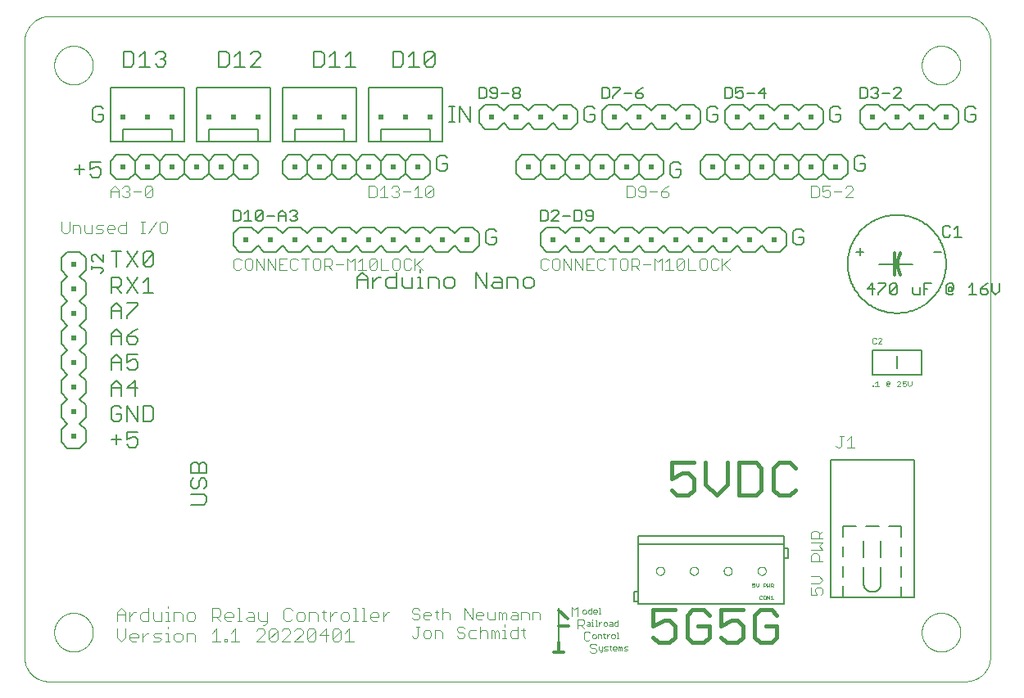
<source format=gto>
G75*
%MOIN*%
%OFA0B0*%
%FSLAX25Y25*%
%IPPOS*%
%LPD*%
%AMOC8*
5,1,8,0,0,1.08239X$1,22.5*
%
%ADD10C,0.00600*%
%ADD11C,0.00400*%
%ADD12C,0.01500*%
%ADD13C,0.00700*%
%ADD14C,0.00800*%
%ADD15C,0.00000*%
%ADD16C,0.00004*%
%ADD17C,0.00100*%
%ADD18C,0.01200*%
%ADD19C,0.00500*%
%ADD20C,0.00200*%
%ADD21R,0.02000X0.02000*%
%ADD22R,0.02300X0.02300*%
%ADD23C,0.00300*%
D10*
X0072795Y0077018D02*
X0078132Y0077018D01*
X0079200Y0078086D01*
X0079200Y0080221D01*
X0078132Y0081288D01*
X0072795Y0081288D01*
X0073862Y0083463D02*
X0074930Y0083463D01*
X0075997Y0084531D01*
X0075997Y0086666D01*
X0077065Y0087734D01*
X0078132Y0087734D01*
X0079200Y0086666D01*
X0079200Y0084531D01*
X0078132Y0083463D01*
X0073862Y0083463D02*
X0072795Y0084531D01*
X0072795Y0086666D01*
X0073862Y0087734D01*
X0072795Y0089909D02*
X0072795Y0093112D01*
X0073862Y0094179D01*
X0074930Y0094179D01*
X0075997Y0093112D01*
X0075997Y0089909D01*
X0072795Y0089909D02*
X0079200Y0089909D01*
X0079200Y0093112D01*
X0078132Y0094179D01*
X0077065Y0094179D01*
X0075997Y0093112D01*
X0140300Y0165300D02*
X0140300Y0169570D01*
X0142435Y0171705D01*
X0144570Y0169570D01*
X0144570Y0165300D01*
X0146745Y0165300D02*
X0146745Y0169570D01*
X0146745Y0167435D02*
X0148881Y0169570D01*
X0149948Y0169570D01*
X0152117Y0168503D02*
X0153184Y0169570D01*
X0156387Y0169570D01*
X0156387Y0171705D02*
X0156387Y0165300D01*
X0153184Y0165300D01*
X0152117Y0166368D01*
X0152117Y0168503D01*
X0144570Y0168503D02*
X0140300Y0168503D01*
X0158562Y0169570D02*
X0158562Y0166368D01*
X0159630Y0165300D01*
X0162833Y0165300D01*
X0162833Y0169570D01*
X0165008Y0169570D02*
X0166075Y0169570D01*
X0166075Y0165300D01*
X0165008Y0165300D02*
X0167143Y0165300D01*
X0169305Y0165300D02*
X0169305Y0169570D01*
X0172507Y0169570D01*
X0173575Y0168503D01*
X0173575Y0165300D01*
X0175750Y0166368D02*
X0175750Y0168503D01*
X0176818Y0169570D01*
X0178953Y0169570D01*
X0180021Y0168503D01*
X0180021Y0166368D01*
X0178953Y0165300D01*
X0176818Y0165300D01*
X0175750Y0166368D01*
X0166075Y0171705D02*
X0166075Y0172773D01*
X0188641Y0171705D02*
X0188641Y0165300D01*
X0192912Y0165300D02*
X0192912Y0171705D01*
X0196154Y0169570D02*
X0198289Y0169570D01*
X0199357Y0168503D01*
X0199357Y0165300D01*
X0196154Y0165300D01*
X0195087Y0166368D01*
X0196154Y0167435D01*
X0199357Y0167435D01*
X0201532Y0165300D02*
X0201532Y0169570D01*
X0204735Y0169570D01*
X0205803Y0168503D01*
X0205803Y0165300D01*
X0207978Y0166368D02*
X0207978Y0168503D01*
X0209045Y0169570D01*
X0211180Y0169570D01*
X0212248Y0168503D01*
X0212248Y0166368D01*
X0211180Y0165300D01*
X0209045Y0165300D01*
X0207978Y0166368D01*
X0192912Y0165300D02*
X0188641Y0171705D01*
X0343500Y0180000D02*
X0346500Y0180000D01*
X0345000Y0181500D02*
X0345000Y0178500D01*
X0352689Y0175000D02*
X0366500Y0175000D01*
X0340000Y0175000D02*
X0340006Y0175491D01*
X0340024Y0175981D01*
X0340054Y0176471D01*
X0340096Y0176960D01*
X0340150Y0177448D01*
X0340216Y0177935D01*
X0340294Y0178419D01*
X0340384Y0178902D01*
X0340486Y0179382D01*
X0340599Y0179860D01*
X0340724Y0180334D01*
X0340861Y0180806D01*
X0341009Y0181274D01*
X0341169Y0181738D01*
X0341340Y0182198D01*
X0341522Y0182654D01*
X0341716Y0183105D01*
X0341920Y0183551D01*
X0342136Y0183992D01*
X0342362Y0184428D01*
X0342598Y0184858D01*
X0342845Y0185282D01*
X0343103Y0185700D01*
X0343371Y0186111D01*
X0343648Y0186516D01*
X0343936Y0186914D01*
X0344233Y0187305D01*
X0344540Y0187688D01*
X0344856Y0188063D01*
X0345181Y0188431D01*
X0345515Y0188791D01*
X0345858Y0189142D01*
X0346209Y0189485D01*
X0346569Y0189819D01*
X0346937Y0190144D01*
X0347312Y0190460D01*
X0347695Y0190767D01*
X0348086Y0191064D01*
X0348484Y0191352D01*
X0348889Y0191629D01*
X0349300Y0191897D01*
X0349718Y0192155D01*
X0350142Y0192402D01*
X0350572Y0192638D01*
X0351008Y0192864D01*
X0351449Y0193080D01*
X0351895Y0193284D01*
X0352346Y0193478D01*
X0352802Y0193660D01*
X0353262Y0193831D01*
X0353726Y0193991D01*
X0354194Y0194139D01*
X0354666Y0194276D01*
X0355140Y0194401D01*
X0355618Y0194514D01*
X0356098Y0194616D01*
X0356581Y0194706D01*
X0357065Y0194784D01*
X0357552Y0194850D01*
X0358040Y0194904D01*
X0358529Y0194946D01*
X0359019Y0194976D01*
X0359509Y0194994D01*
X0360000Y0195000D01*
X0360491Y0194994D01*
X0360981Y0194976D01*
X0361471Y0194946D01*
X0361960Y0194904D01*
X0362448Y0194850D01*
X0362935Y0194784D01*
X0363419Y0194706D01*
X0363902Y0194616D01*
X0364382Y0194514D01*
X0364860Y0194401D01*
X0365334Y0194276D01*
X0365806Y0194139D01*
X0366274Y0193991D01*
X0366738Y0193831D01*
X0367198Y0193660D01*
X0367654Y0193478D01*
X0368105Y0193284D01*
X0368551Y0193080D01*
X0368992Y0192864D01*
X0369428Y0192638D01*
X0369858Y0192402D01*
X0370282Y0192155D01*
X0370700Y0191897D01*
X0371111Y0191629D01*
X0371516Y0191352D01*
X0371914Y0191064D01*
X0372305Y0190767D01*
X0372688Y0190460D01*
X0373063Y0190144D01*
X0373431Y0189819D01*
X0373791Y0189485D01*
X0374142Y0189142D01*
X0374485Y0188791D01*
X0374819Y0188431D01*
X0375144Y0188063D01*
X0375460Y0187688D01*
X0375767Y0187305D01*
X0376064Y0186914D01*
X0376352Y0186516D01*
X0376629Y0186111D01*
X0376897Y0185700D01*
X0377155Y0185282D01*
X0377402Y0184858D01*
X0377638Y0184428D01*
X0377864Y0183992D01*
X0378080Y0183551D01*
X0378284Y0183105D01*
X0378478Y0182654D01*
X0378660Y0182198D01*
X0378831Y0181738D01*
X0378991Y0181274D01*
X0379139Y0180806D01*
X0379276Y0180334D01*
X0379401Y0179860D01*
X0379514Y0179382D01*
X0379616Y0178902D01*
X0379706Y0178419D01*
X0379784Y0177935D01*
X0379850Y0177448D01*
X0379904Y0176960D01*
X0379946Y0176471D01*
X0379976Y0175981D01*
X0379994Y0175491D01*
X0380000Y0175000D01*
X0379994Y0174509D01*
X0379976Y0174019D01*
X0379946Y0173529D01*
X0379904Y0173040D01*
X0379850Y0172552D01*
X0379784Y0172065D01*
X0379706Y0171581D01*
X0379616Y0171098D01*
X0379514Y0170618D01*
X0379401Y0170140D01*
X0379276Y0169666D01*
X0379139Y0169194D01*
X0378991Y0168726D01*
X0378831Y0168262D01*
X0378660Y0167802D01*
X0378478Y0167346D01*
X0378284Y0166895D01*
X0378080Y0166449D01*
X0377864Y0166008D01*
X0377638Y0165572D01*
X0377402Y0165142D01*
X0377155Y0164718D01*
X0376897Y0164300D01*
X0376629Y0163889D01*
X0376352Y0163484D01*
X0376064Y0163086D01*
X0375767Y0162695D01*
X0375460Y0162312D01*
X0375144Y0161937D01*
X0374819Y0161569D01*
X0374485Y0161209D01*
X0374142Y0160858D01*
X0373791Y0160515D01*
X0373431Y0160181D01*
X0373063Y0159856D01*
X0372688Y0159540D01*
X0372305Y0159233D01*
X0371914Y0158936D01*
X0371516Y0158648D01*
X0371111Y0158371D01*
X0370700Y0158103D01*
X0370282Y0157845D01*
X0369858Y0157598D01*
X0369428Y0157362D01*
X0368992Y0157136D01*
X0368551Y0156920D01*
X0368105Y0156716D01*
X0367654Y0156522D01*
X0367198Y0156340D01*
X0366738Y0156169D01*
X0366274Y0156009D01*
X0365806Y0155861D01*
X0365334Y0155724D01*
X0364860Y0155599D01*
X0364382Y0155486D01*
X0363902Y0155384D01*
X0363419Y0155294D01*
X0362935Y0155216D01*
X0362448Y0155150D01*
X0361960Y0155096D01*
X0361471Y0155054D01*
X0360981Y0155024D01*
X0360491Y0155006D01*
X0360000Y0155000D01*
X0359509Y0155006D01*
X0359019Y0155024D01*
X0358529Y0155054D01*
X0358040Y0155096D01*
X0357552Y0155150D01*
X0357065Y0155216D01*
X0356581Y0155294D01*
X0356098Y0155384D01*
X0355618Y0155486D01*
X0355140Y0155599D01*
X0354666Y0155724D01*
X0354194Y0155861D01*
X0353726Y0156009D01*
X0353262Y0156169D01*
X0352802Y0156340D01*
X0352346Y0156522D01*
X0351895Y0156716D01*
X0351449Y0156920D01*
X0351008Y0157136D01*
X0350572Y0157362D01*
X0350142Y0157598D01*
X0349718Y0157845D01*
X0349300Y0158103D01*
X0348889Y0158371D01*
X0348484Y0158648D01*
X0348086Y0158936D01*
X0347695Y0159233D01*
X0347312Y0159540D01*
X0346937Y0159856D01*
X0346569Y0160181D01*
X0346209Y0160515D01*
X0345858Y0160858D01*
X0345515Y0161209D01*
X0345181Y0161569D01*
X0344856Y0161937D01*
X0344540Y0162312D01*
X0344233Y0162695D01*
X0343936Y0163086D01*
X0343648Y0163484D01*
X0343371Y0163889D01*
X0343103Y0164300D01*
X0342845Y0164718D01*
X0342598Y0165142D01*
X0342362Y0165572D01*
X0342136Y0166008D01*
X0341920Y0166449D01*
X0341716Y0166895D01*
X0341522Y0167346D01*
X0341340Y0167802D01*
X0341169Y0168262D01*
X0341009Y0168726D01*
X0340861Y0169194D01*
X0340724Y0169666D01*
X0340599Y0170140D01*
X0340486Y0170618D01*
X0340384Y0171098D01*
X0340294Y0171581D01*
X0340216Y0172065D01*
X0340150Y0172552D01*
X0340096Y0173040D01*
X0340054Y0173529D01*
X0340024Y0174019D01*
X0340006Y0174509D01*
X0340000Y0175000D01*
X0374996Y0180000D02*
X0377996Y0180000D01*
D11*
X0342081Y0202200D02*
X0339012Y0202200D01*
X0342081Y0205269D01*
X0342081Y0206037D01*
X0341314Y0206804D01*
X0339779Y0206804D01*
X0339012Y0206037D01*
X0337477Y0204502D02*
X0334408Y0204502D01*
X0332873Y0204502D02*
X0332873Y0202967D01*
X0332106Y0202200D01*
X0330571Y0202200D01*
X0329804Y0202967D01*
X0328269Y0202967D02*
X0328269Y0206037D01*
X0327502Y0206804D01*
X0325200Y0206804D01*
X0325200Y0202200D01*
X0327502Y0202200D01*
X0328269Y0202967D01*
X0329804Y0204502D02*
X0331339Y0205269D01*
X0332106Y0205269D01*
X0332873Y0204502D01*
X0332873Y0206804D02*
X0329804Y0206804D01*
X0329804Y0204502D01*
X0291932Y0177304D02*
X0288863Y0174235D01*
X0289630Y0175002D02*
X0291932Y0172700D01*
X0288863Y0172700D02*
X0288863Y0177304D01*
X0287328Y0176537D02*
X0286561Y0177304D01*
X0285026Y0177304D01*
X0284259Y0176537D01*
X0284259Y0173467D01*
X0285026Y0172700D01*
X0286561Y0172700D01*
X0287328Y0173467D01*
X0282724Y0173467D02*
X0281957Y0172700D01*
X0280422Y0172700D01*
X0279655Y0173467D01*
X0279655Y0176537D01*
X0280422Y0177304D01*
X0281957Y0177304D01*
X0282724Y0176537D01*
X0282724Y0173467D01*
X0278120Y0172700D02*
X0275051Y0172700D01*
X0275051Y0177304D01*
X0273516Y0176537D02*
X0270447Y0173467D01*
X0271214Y0172700D01*
X0272749Y0172700D01*
X0273516Y0173467D01*
X0273516Y0176537D01*
X0272749Y0177304D01*
X0271214Y0177304D01*
X0270447Y0176537D01*
X0270447Y0173467D01*
X0268912Y0172700D02*
X0265843Y0172700D01*
X0264309Y0172700D02*
X0264309Y0177304D01*
X0262774Y0175769D01*
X0261239Y0177304D01*
X0261239Y0172700D01*
X0259705Y0175002D02*
X0256635Y0175002D01*
X0255101Y0175002D02*
X0254333Y0174235D01*
X0252031Y0174235D01*
X0252031Y0172700D02*
X0252031Y0177304D01*
X0254333Y0177304D01*
X0255101Y0176537D01*
X0255101Y0175002D01*
X0253566Y0174235D02*
X0255101Y0172700D01*
X0250497Y0173467D02*
X0250497Y0176537D01*
X0249729Y0177304D01*
X0248195Y0177304D01*
X0247427Y0176537D01*
X0247427Y0173467D01*
X0248195Y0172700D01*
X0249729Y0172700D01*
X0250497Y0173467D01*
X0245893Y0177304D02*
X0242824Y0177304D01*
X0244358Y0177304D02*
X0244358Y0172700D01*
X0241289Y0173467D02*
X0240522Y0172700D01*
X0238987Y0172700D01*
X0238220Y0173467D01*
X0238220Y0176537D01*
X0238987Y0177304D01*
X0240522Y0177304D01*
X0241289Y0176537D01*
X0236685Y0177304D02*
X0233616Y0177304D01*
X0233616Y0172700D01*
X0236685Y0172700D01*
X0235150Y0175002D02*
X0233616Y0175002D01*
X0232081Y0172700D02*
X0232081Y0177304D01*
X0229012Y0177304D02*
X0232081Y0172700D01*
X0229012Y0172700D02*
X0229012Y0177304D01*
X0227477Y0177304D02*
X0227477Y0172700D01*
X0224408Y0177304D01*
X0224408Y0172700D01*
X0222873Y0173467D02*
X0222106Y0172700D01*
X0220571Y0172700D01*
X0219804Y0173467D01*
X0219804Y0176537D01*
X0220571Y0177304D01*
X0222106Y0177304D01*
X0222873Y0176537D01*
X0222873Y0173467D01*
X0218269Y0173467D02*
X0217502Y0172700D01*
X0215967Y0172700D01*
X0215200Y0173467D01*
X0215200Y0176537D01*
X0215967Y0177304D01*
X0217502Y0177304D01*
X0218269Y0176537D01*
X0250200Y0202200D02*
X0252502Y0202200D01*
X0253269Y0202967D01*
X0253269Y0206037D01*
X0252502Y0206804D01*
X0250200Y0206804D01*
X0250200Y0202200D01*
X0254804Y0202967D02*
X0255571Y0202200D01*
X0257106Y0202200D01*
X0257873Y0202967D01*
X0257873Y0206037D01*
X0257106Y0206804D01*
X0255571Y0206804D01*
X0254804Y0206037D01*
X0254804Y0205269D01*
X0255571Y0204502D01*
X0257873Y0204502D01*
X0259408Y0204502D02*
X0262477Y0204502D01*
X0264012Y0204502D02*
X0265546Y0206037D01*
X0267081Y0206804D01*
X0266314Y0204502D02*
X0264012Y0204502D01*
X0264012Y0202967D01*
X0264779Y0202200D01*
X0266314Y0202200D01*
X0267081Y0202967D01*
X0267081Y0203735D01*
X0266314Y0204502D01*
X0267378Y0177304D02*
X0267378Y0172700D01*
X0265843Y0175769D02*
X0267378Y0177304D01*
X0171289Y0202967D02*
X0170522Y0202200D01*
X0168987Y0202200D01*
X0168220Y0202967D01*
X0171289Y0206037D01*
X0171289Y0202967D01*
X0168220Y0202967D02*
X0168220Y0206037D01*
X0168987Y0206804D01*
X0170522Y0206804D01*
X0171289Y0206037D01*
X0166685Y0202200D02*
X0163616Y0202200D01*
X0165150Y0202200D02*
X0165150Y0206804D01*
X0163616Y0205269D01*
X0162081Y0204502D02*
X0159012Y0204502D01*
X0157477Y0205269D02*
X0156710Y0204502D01*
X0157477Y0203735D01*
X0157477Y0202967D01*
X0156710Y0202200D01*
X0155175Y0202200D01*
X0154408Y0202967D01*
X0152873Y0202200D02*
X0149804Y0202200D01*
X0151339Y0202200D02*
X0151339Y0206804D01*
X0149804Y0205269D01*
X0148269Y0206037D02*
X0147502Y0206804D01*
X0145200Y0206804D01*
X0145200Y0202200D01*
X0147502Y0202200D01*
X0148269Y0202967D01*
X0148269Y0206037D01*
X0154408Y0206037D02*
X0155175Y0206804D01*
X0156710Y0206804D01*
X0157477Y0206037D01*
X0157477Y0205269D01*
X0156710Y0204502D02*
X0155942Y0204502D01*
X0155422Y0177304D02*
X0154655Y0176537D01*
X0154655Y0173467D01*
X0155422Y0172700D01*
X0156957Y0172700D01*
X0157724Y0173467D01*
X0157724Y0176537D01*
X0156957Y0177304D01*
X0155422Y0177304D01*
X0159259Y0176537D02*
X0159259Y0173467D01*
X0160026Y0172700D01*
X0161561Y0172700D01*
X0162328Y0173467D01*
X0163863Y0172700D02*
X0163863Y0177304D01*
X0162328Y0176537D02*
X0161561Y0177304D01*
X0160026Y0177304D01*
X0159259Y0176537D01*
X0163863Y0174235D02*
X0166932Y0177304D01*
X0164630Y0175002D02*
X0166932Y0172700D01*
X0153120Y0172700D02*
X0150051Y0172700D01*
X0150051Y0177304D01*
X0148516Y0176537D02*
X0145447Y0173467D01*
X0146214Y0172700D01*
X0147749Y0172700D01*
X0148516Y0173467D01*
X0148516Y0176537D01*
X0147749Y0177304D01*
X0146214Y0177304D01*
X0145447Y0176537D01*
X0145447Y0173467D01*
X0143912Y0172700D02*
X0140843Y0172700D01*
X0139309Y0172700D02*
X0139309Y0177304D01*
X0137774Y0175769D01*
X0136239Y0177304D01*
X0136239Y0172700D01*
X0134705Y0175002D02*
X0131635Y0175002D01*
X0130101Y0175002D02*
X0130101Y0176537D01*
X0129333Y0177304D01*
X0127031Y0177304D01*
X0127031Y0172700D01*
X0127031Y0174235D02*
X0129333Y0174235D01*
X0130101Y0175002D01*
X0128566Y0174235D02*
X0130101Y0172700D01*
X0125497Y0173467D02*
X0125497Y0176537D01*
X0124729Y0177304D01*
X0123195Y0177304D01*
X0122427Y0176537D01*
X0122427Y0173467D01*
X0123195Y0172700D01*
X0124729Y0172700D01*
X0125497Y0173467D01*
X0120893Y0177304D02*
X0117824Y0177304D01*
X0119358Y0177304D02*
X0119358Y0172700D01*
X0116289Y0173467D02*
X0115522Y0172700D01*
X0113987Y0172700D01*
X0113220Y0173467D01*
X0113220Y0176537D01*
X0113987Y0177304D01*
X0115522Y0177304D01*
X0116289Y0176537D01*
X0111685Y0177304D02*
X0108616Y0177304D01*
X0108616Y0172700D01*
X0111685Y0172700D01*
X0110150Y0175002D02*
X0108616Y0175002D01*
X0107081Y0172700D02*
X0107081Y0177304D01*
X0104012Y0177304D02*
X0107081Y0172700D01*
X0104012Y0172700D02*
X0104012Y0177304D01*
X0102477Y0177304D02*
X0102477Y0172700D01*
X0099408Y0177304D01*
X0099408Y0172700D01*
X0097873Y0173467D02*
X0097873Y0176537D01*
X0097106Y0177304D01*
X0095571Y0177304D01*
X0094804Y0176537D01*
X0094804Y0173467D01*
X0095571Y0172700D01*
X0097106Y0172700D01*
X0097873Y0173467D01*
X0093269Y0173467D02*
X0092502Y0172700D01*
X0090967Y0172700D01*
X0090200Y0173467D01*
X0090200Y0176537D01*
X0090967Y0177304D01*
X0092502Y0177304D01*
X0093269Y0176537D01*
X0063170Y0188467D02*
X0062403Y0187700D01*
X0060868Y0187700D01*
X0060101Y0188467D01*
X0060101Y0191537D01*
X0060868Y0192304D01*
X0062403Y0192304D01*
X0063170Y0191537D01*
X0063170Y0188467D01*
X0058566Y0192304D02*
X0055497Y0187700D01*
X0053962Y0187700D02*
X0052427Y0187700D01*
X0053195Y0187700D02*
X0053195Y0192304D01*
X0053962Y0192304D02*
X0052427Y0192304D01*
X0046289Y0192304D02*
X0046289Y0187700D01*
X0043987Y0187700D01*
X0043220Y0188467D01*
X0043220Y0190002D01*
X0043987Y0190769D01*
X0046289Y0190769D01*
X0041685Y0190002D02*
X0041685Y0189235D01*
X0038616Y0189235D01*
X0038616Y0190002D02*
X0039383Y0190769D01*
X0040918Y0190769D01*
X0041685Y0190002D01*
X0040918Y0187700D02*
X0039383Y0187700D01*
X0038616Y0188467D01*
X0038616Y0190002D01*
X0037081Y0190769D02*
X0034779Y0190769D01*
X0034012Y0190002D01*
X0034779Y0189235D01*
X0036314Y0189235D01*
X0037081Y0188467D01*
X0036314Y0187700D01*
X0034012Y0187700D01*
X0032477Y0187700D02*
X0032477Y0190769D01*
X0032477Y0187700D02*
X0030175Y0187700D01*
X0029408Y0188467D01*
X0029408Y0190769D01*
X0027873Y0190002D02*
X0027873Y0187700D01*
X0027873Y0190002D02*
X0027106Y0190769D01*
X0024804Y0190769D01*
X0024804Y0187700D01*
X0023269Y0188467D02*
X0022502Y0187700D01*
X0020967Y0187700D01*
X0020200Y0188467D01*
X0020200Y0192304D01*
X0023269Y0192304D02*
X0023269Y0188467D01*
X0040200Y0202200D02*
X0040200Y0205269D01*
X0041735Y0206804D01*
X0043269Y0205269D01*
X0043269Y0202200D01*
X0044804Y0202967D02*
X0045571Y0202200D01*
X0047106Y0202200D01*
X0047873Y0202967D01*
X0047873Y0203735D01*
X0047106Y0204502D01*
X0046339Y0204502D01*
X0047106Y0204502D02*
X0047873Y0205269D01*
X0047873Y0206037D01*
X0047106Y0206804D01*
X0045571Y0206804D01*
X0044804Y0206037D01*
X0043269Y0204502D02*
X0040200Y0204502D01*
X0049408Y0204502D02*
X0052477Y0204502D01*
X0054012Y0202967D02*
X0054012Y0206037D01*
X0054779Y0206804D01*
X0056314Y0206804D01*
X0057081Y0206037D01*
X0054012Y0202967D01*
X0054779Y0202200D01*
X0056314Y0202200D01*
X0057081Y0202967D01*
X0057081Y0206037D01*
X0140843Y0175769D02*
X0142378Y0177304D01*
X0142378Y0172700D01*
X0325196Y0065522D02*
X0325196Y0063220D01*
X0329800Y0063220D01*
X0328265Y0063220D02*
X0328265Y0065522D01*
X0327498Y0066289D01*
X0325963Y0066289D01*
X0325196Y0065522D01*
X0328265Y0064754D02*
X0329800Y0066289D01*
X0329800Y0061685D02*
X0325196Y0061685D01*
X0325196Y0058616D02*
X0329800Y0058616D01*
X0328265Y0060150D01*
X0329800Y0061685D01*
X0327498Y0057081D02*
X0325963Y0057081D01*
X0325196Y0056314D01*
X0325196Y0054012D01*
X0329800Y0054012D01*
X0328265Y0054012D02*
X0328265Y0056314D01*
X0327498Y0057081D01*
X0328265Y0047873D02*
X0325196Y0047873D01*
X0325196Y0044804D02*
X0328265Y0044804D01*
X0329800Y0046339D01*
X0328265Y0047873D01*
X0327498Y0043269D02*
X0329033Y0043269D01*
X0329800Y0042502D01*
X0329800Y0040967D01*
X0329033Y0040200D01*
X0327498Y0040200D02*
X0326731Y0041735D01*
X0326731Y0042502D01*
X0327498Y0043269D01*
X0325196Y0043269D02*
X0325196Y0040200D01*
X0327498Y0040200D01*
X0335967Y0100200D02*
X0336735Y0100200D01*
X0337502Y0100967D01*
X0337502Y0104804D01*
X0336735Y0104804D02*
X0338269Y0104804D01*
X0339804Y0103269D02*
X0341339Y0104804D01*
X0341339Y0100200D01*
X0342873Y0100200D02*
X0339804Y0100200D01*
X0335967Y0100200D02*
X0335200Y0100967D01*
X0214878Y0032502D02*
X0214878Y0030200D01*
X0214878Y0032502D02*
X0214110Y0033269D01*
X0211809Y0033269D01*
X0211809Y0030200D01*
X0210274Y0030200D02*
X0210274Y0032502D01*
X0209507Y0033269D01*
X0207205Y0033269D01*
X0207205Y0030200D01*
X0205670Y0030200D02*
X0203368Y0030200D01*
X0202601Y0030967D01*
X0203368Y0031735D01*
X0205670Y0031735D01*
X0205670Y0032502D02*
X0205670Y0030200D01*
X0205670Y0032502D02*
X0204903Y0033269D01*
X0203368Y0033269D01*
X0201066Y0032502D02*
X0201066Y0030200D01*
X0199531Y0030200D02*
X0199531Y0032502D01*
X0200299Y0033269D01*
X0201066Y0032502D01*
X0199531Y0032502D02*
X0198764Y0033269D01*
X0197997Y0033269D01*
X0197997Y0030200D01*
X0196462Y0030200D02*
X0196462Y0033269D01*
X0196462Y0030200D02*
X0194160Y0030200D01*
X0193393Y0030967D01*
X0193393Y0033269D01*
X0191858Y0032502D02*
X0191858Y0031735D01*
X0188789Y0031735D01*
X0188789Y0032502D02*
X0188789Y0030967D01*
X0189556Y0030200D01*
X0191091Y0030200D01*
X0191858Y0032502D02*
X0191091Y0033269D01*
X0189556Y0033269D01*
X0188789Y0032502D01*
X0187254Y0030200D02*
X0187254Y0034804D01*
X0184185Y0034804D02*
X0184185Y0030200D01*
X0183418Y0027304D02*
X0181883Y0027304D01*
X0181116Y0026537D01*
X0181116Y0025769D01*
X0181883Y0025002D01*
X0183418Y0025002D01*
X0184185Y0024235D01*
X0184185Y0023467D01*
X0183418Y0022700D01*
X0181883Y0022700D01*
X0181116Y0023467D01*
X0185720Y0023467D02*
X0185720Y0025002D01*
X0186487Y0025769D01*
X0188789Y0025769D01*
X0190324Y0025002D02*
X0191091Y0025769D01*
X0192626Y0025769D01*
X0193393Y0025002D01*
X0193393Y0022700D01*
X0194927Y0022700D02*
X0194927Y0025769D01*
X0195695Y0025769D01*
X0196462Y0025002D01*
X0197229Y0025769D01*
X0197997Y0025002D01*
X0197997Y0022700D01*
X0199531Y0022700D02*
X0201066Y0022700D01*
X0200299Y0022700D02*
X0200299Y0025769D01*
X0199531Y0025769D01*
X0200299Y0027304D02*
X0200299Y0028071D01*
X0203368Y0025769D02*
X0205670Y0025769D01*
X0207205Y0025769D02*
X0208739Y0025769D01*
X0207972Y0026537D02*
X0207972Y0023467D01*
X0208739Y0022700D01*
X0205670Y0022700D02*
X0203368Y0022700D01*
X0202601Y0023467D01*
X0202601Y0025002D01*
X0203368Y0025769D01*
X0205670Y0027304D02*
X0205670Y0022700D01*
X0196462Y0022700D02*
X0196462Y0025002D01*
X0190324Y0027304D02*
X0190324Y0022700D01*
X0188789Y0022700D02*
X0186487Y0022700D01*
X0185720Y0023467D01*
X0184185Y0026537D02*
X0183418Y0027304D01*
X0187254Y0030200D02*
X0184185Y0034804D01*
X0178046Y0032502D02*
X0178046Y0030200D01*
X0178046Y0032502D02*
X0177279Y0033269D01*
X0175744Y0033269D01*
X0174977Y0032502D01*
X0173442Y0033269D02*
X0171908Y0033269D01*
X0172675Y0034037D02*
X0172675Y0030967D01*
X0173442Y0030200D01*
X0174977Y0030200D02*
X0174977Y0034804D01*
X0170373Y0032502D02*
X0170373Y0031735D01*
X0167304Y0031735D01*
X0167304Y0032502D02*
X0167304Y0030967D01*
X0168071Y0030200D01*
X0169606Y0030200D01*
X0170373Y0032502D02*
X0169606Y0033269D01*
X0168071Y0033269D01*
X0167304Y0032502D01*
X0165769Y0031735D02*
X0165769Y0030967D01*
X0165002Y0030200D01*
X0163467Y0030200D01*
X0162700Y0030967D01*
X0163467Y0032502D02*
X0165002Y0032502D01*
X0165769Y0031735D01*
X0165769Y0034037D02*
X0165002Y0034804D01*
X0163467Y0034804D01*
X0162700Y0034037D01*
X0162700Y0033269D01*
X0163467Y0032502D01*
X0164235Y0027304D02*
X0165769Y0027304D01*
X0165002Y0027304D02*
X0165002Y0023467D01*
X0164235Y0022700D01*
X0163467Y0022700D01*
X0162700Y0023467D01*
X0167304Y0023467D02*
X0167304Y0025002D01*
X0168071Y0025769D01*
X0169606Y0025769D01*
X0170373Y0025002D01*
X0170373Y0023467D01*
X0169606Y0022700D01*
X0168071Y0022700D01*
X0167304Y0023467D01*
X0171908Y0022700D02*
X0171908Y0025769D01*
X0174210Y0025769D01*
X0174977Y0025002D01*
X0174977Y0022700D01*
X0153505Y0033070D02*
X0152638Y0033070D01*
X0150903Y0031335D01*
X0149216Y0031335D02*
X0145746Y0031335D01*
X0145746Y0032202D02*
X0146614Y0033070D01*
X0148349Y0033070D01*
X0149216Y0032202D01*
X0149216Y0031335D01*
X0148349Y0029600D02*
X0146614Y0029600D01*
X0145746Y0030467D01*
X0145746Y0032202D01*
X0144044Y0029600D02*
X0142309Y0029600D01*
X0143176Y0029600D02*
X0143176Y0034804D01*
X0142309Y0034804D01*
X0139739Y0034804D02*
X0139739Y0029600D01*
X0140606Y0029600D02*
X0138871Y0029600D01*
X0137184Y0030467D02*
X0137184Y0032202D01*
X0136317Y0033070D01*
X0134582Y0033070D01*
X0133715Y0032202D01*
X0133715Y0030467D01*
X0134582Y0029600D01*
X0136317Y0029600D01*
X0137184Y0030467D01*
X0138871Y0034804D02*
X0139739Y0034804D01*
X0132020Y0033070D02*
X0131153Y0033070D01*
X0129418Y0031335D01*
X0129418Y0029600D02*
X0129418Y0033070D01*
X0127715Y0033070D02*
X0125980Y0033070D01*
X0126848Y0033937D02*
X0126848Y0030467D01*
X0127715Y0029600D01*
X0124293Y0029600D02*
X0124293Y0032202D01*
X0123426Y0033070D01*
X0120824Y0033070D01*
X0120824Y0029600D01*
X0119137Y0030467D02*
X0119137Y0032202D01*
X0118270Y0033070D01*
X0116535Y0033070D01*
X0115667Y0032202D01*
X0115667Y0030467D01*
X0116535Y0029600D01*
X0118270Y0029600D01*
X0119137Y0030467D01*
X0120832Y0026404D02*
X0122567Y0026404D01*
X0123434Y0025537D01*
X0119964Y0022067D01*
X0120832Y0021200D01*
X0122567Y0021200D01*
X0123434Y0022067D01*
X0123434Y0025537D01*
X0125121Y0023802D02*
X0128590Y0023802D01*
X0130277Y0022067D02*
X0130277Y0025537D01*
X0131145Y0026404D01*
X0132879Y0026404D01*
X0133747Y0025537D01*
X0130277Y0022067D01*
X0131145Y0021200D01*
X0132879Y0021200D01*
X0133747Y0022067D01*
X0133747Y0025537D01*
X0135434Y0024670D02*
X0137168Y0026404D01*
X0137168Y0021200D01*
X0135434Y0021200D02*
X0138903Y0021200D01*
X0127723Y0021200D02*
X0127723Y0026404D01*
X0125121Y0023802D01*
X0120832Y0026404D02*
X0119964Y0025537D01*
X0119964Y0022067D01*
X0118278Y0021200D02*
X0114808Y0021200D01*
X0118278Y0024670D01*
X0118278Y0025537D01*
X0117410Y0026404D01*
X0115675Y0026404D01*
X0114808Y0025537D01*
X0113121Y0025537D02*
X0112254Y0026404D01*
X0110519Y0026404D01*
X0109652Y0025537D01*
X0107965Y0025537D02*
X0104495Y0022067D01*
X0105363Y0021200D01*
X0107097Y0021200D01*
X0107965Y0022067D01*
X0107965Y0025537D01*
X0107097Y0026404D01*
X0105363Y0026404D01*
X0104495Y0025537D01*
X0104495Y0022067D01*
X0102808Y0021200D02*
X0099339Y0021200D01*
X0102808Y0024670D01*
X0102808Y0025537D01*
X0101941Y0026404D01*
X0100206Y0026404D01*
X0099339Y0025537D01*
X0101933Y0027865D02*
X0102800Y0027865D01*
X0103668Y0028733D01*
X0103668Y0033070D01*
X0100198Y0033070D02*
X0100198Y0030467D01*
X0101066Y0029600D01*
X0103668Y0029600D01*
X0098511Y0029600D02*
X0095909Y0029600D01*
X0095042Y0030467D01*
X0095909Y0031335D01*
X0098511Y0031335D01*
X0098511Y0032202D02*
X0098511Y0029600D01*
X0098511Y0032202D02*
X0097644Y0033070D01*
X0095909Y0033070D01*
X0092472Y0034804D02*
X0092472Y0029600D01*
X0093339Y0029600D02*
X0091604Y0029600D01*
X0089917Y0031335D02*
X0086448Y0031335D01*
X0086448Y0032202D02*
X0087315Y0033070D01*
X0089050Y0033070D01*
X0089917Y0032202D01*
X0089917Y0031335D01*
X0089050Y0029600D02*
X0087315Y0029600D01*
X0086448Y0030467D01*
X0086448Y0032202D01*
X0084761Y0032202D02*
X0084761Y0033937D01*
X0083894Y0034804D01*
X0081291Y0034804D01*
X0081291Y0029600D01*
X0081291Y0031335D02*
X0083894Y0031335D01*
X0084761Y0032202D01*
X0083026Y0031335D02*
X0084761Y0029600D01*
X0083026Y0026404D02*
X0083026Y0021200D01*
X0081291Y0021200D02*
X0084761Y0021200D01*
X0086448Y0021200D02*
X0087315Y0021200D01*
X0087315Y0022067D01*
X0086448Y0022067D01*
X0086448Y0021200D01*
X0089026Y0021200D02*
X0092496Y0021200D01*
X0090761Y0021200D02*
X0090761Y0026404D01*
X0089026Y0024670D01*
X0083026Y0026404D02*
X0081291Y0024670D01*
X0074448Y0023802D02*
X0074448Y0021200D01*
X0074448Y0023802D02*
X0073581Y0024670D01*
X0070979Y0024670D01*
X0070979Y0021200D01*
X0069292Y0022067D02*
X0069292Y0023802D01*
X0068424Y0024670D01*
X0066690Y0024670D01*
X0065822Y0023802D01*
X0065822Y0022067D01*
X0066690Y0021200D01*
X0068424Y0021200D01*
X0069292Y0022067D01*
X0064119Y0021200D02*
X0062385Y0021200D01*
X0063252Y0021200D02*
X0063252Y0024670D01*
X0062385Y0024670D01*
X0060698Y0024670D02*
X0058096Y0024670D01*
X0057228Y0023802D01*
X0058096Y0022935D01*
X0059830Y0022935D01*
X0060698Y0022067D01*
X0059830Y0021200D01*
X0057228Y0021200D01*
X0055533Y0024670D02*
X0054666Y0024670D01*
X0052931Y0022935D01*
X0051244Y0022935D02*
X0047775Y0022935D01*
X0047775Y0023802D02*
X0047775Y0022067D01*
X0048642Y0021200D01*
X0050377Y0021200D01*
X0051244Y0022935D02*
X0051244Y0023802D01*
X0050377Y0024670D01*
X0048642Y0024670D01*
X0047775Y0023802D01*
X0046088Y0022935D02*
X0046088Y0026404D01*
X0046088Y0022935D02*
X0044353Y0021200D01*
X0042618Y0022935D01*
X0042618Y0026404D01*
X0042618Y0029600D02*
X0042618Y0033070D01*
X0044353Y0034804D01*
X0046088Y0033070D01*
X0046088Y0029600D01*
X0047775Y0029600D02*
X0047775Y0033070D01*
X0049510Y0033070D02*
X0050377Y0033070D01*
X0049510Y0033070D02*
X0047775Y0031335D01*
X0046088Y0032202D02*
X0042618Y0032202D01*
X0052072Y0032202D02*
X0052939Y0033070D01*
X0055541Y0033070D01*
X0057228Y0033070D02*
X0057228Y0030467D01*
X0058096Y0029600D01*
X0060698Y0029600D01*
X0060698Y0033070D01*
X0062385Y0033070D02*
X0063252Y0033070D01*
X0063252Y0029600D01*
X0062385Y0029600D02*
X0064119Y0029600D01*
X0065822Y0029600D02*
X0065822Y0033070D01*
X0068424Y0033070D01*
X0069292Y0032202D01*
X0069292Y0029600D01*
X0070979Y0030467D02*
X0071846Y0029600D01*
X0073581Y0029600D01*
X0074448Y0030467D01*
X0074448Y0032202D01*
X0073581Y0033070D01*
X0071846Y0033070D01*
X0070979Y0032202D01*
X0070979Y0030467D01*
X0063252Y0027272D02*
X0063252Y0026404D01*
X0055541Y0029600D02*
X0052939Y0029600D01*
X0052072Y0030467D01*
X0052072Y0032202D01*
X0055541Y0034804D02*
X0055541Y0029600D01*
X0063252Y0034804D02*
X0063252Y0035672D01*
X0052931Y0024670D02*
X0052931Y0021200D01*
X0091604Y0034804D02*
X0092472Y0034804D01*
X0109652Y0021200D02*
X0113121Y0024670D01*
X0113121Y0025537D01*
X0113121Y0021200D02*
X0109652Y0021200D01*
X0111378Y0029600D02*
X0113113Y0029600D01*
X0113981Y0030467D01*
X0111378Y0029600D02*
X0110511Y0030467D01*
X0110511Y0033937D01*
X0111378Y0034804D01*
X0113113Y0034804D01*
X0113981Y0033937D01*
X0150903Y0033070D02*
X0150903Y0029600D01*
D12*
X0260750Y0027506D02*
X0265254Y0029758D01*
X0267506Y0029758D01*
X0269758Y0027506D01*
X0269758Y0023002D01*
X0267506Y0020750D01*
X0263002Y0020750D01*
X0260750Y0023002D01*
X0260750Y0027506D02*
X0260750Y0034262D01*
X0269758Y0034262D01*
X0274562Y0032010D02*
X0274562Y0023002D01*
X0276814Y0020750D01*
X0281318Y0020750D01*
X0283569Y0023002D01*
X0283569Y0027506D01*
X0279066Y0027506D01*
X0283569Y0032010D02*
X0281318Y0034262D01*
X0276814Y0034262D01*
X0274562Y0032010D01*
X0288374Y0034262D02*
X0288374Y0027506D01*
X0292877Y0029758D01*
X0295129Y0029758D01*
X0297381Y0027506D01*
X0297381Y0023002D01*
X0295129Y0020750D01*
X0290626Y0020750D01*
X0288374Y0023002D01*
X0302185Y0023002D02*
X0302185Y0032010D01*
X0304437Y0034262D01*
X0308941Y0034262D01*
X0311193Y0032010D01*
X0311193Y0027506D02*
X0306689Y0027506D01*
X0311193Y0027506D02*
X0311193Y0023002D01*
X0308941Y0020750D01*
X0304437Y0020750D01*
X0302185Y0023002D01*
X0297381Y0034262D02*
X0288374Y0034262D01*
X0286566Y0080750D02*
X0291069Y0085254D01*
X0291069Y0094262D01*
X0295874Y0094262D02*
X0302629Y0094262D01*
X0304881Y0092010D01*
X0304881Y0083002D01*
X0302629Y0080750D01*
X0295874Y0080750D01*
X0295874Y0094262D01*
X0282062Y0094262D02*
X0282062Y0085254D01*
X0286566Y0080750D01*
X0277258Y0083002D02*
X0277258Y0087506D01*
X0275006Y0089758D01*
X0272754Y0089758D01*
X0268250Y0087506D01*
X0268250Y0094262D01*
X0277258Y0094262D01*
X0277258Y0083002D02*
X0275006Y0080750D01*
X0270502Y0080750D01*
X0268250Y0083002D01*
X0309685Y0083002D02*
X0311937Y0080750D01*
X0316441Y0080750D01*
X0318693Y0083002D01*
X0309685Y0083002D02*
X0309685Y0092010D01*
X0311937Y0094262D01*
X0316441Y0094262D01*
X0318693Y0092010D01*
D13*
X0318901Y0182850D02*
X0317850Y0183901D01*
X0317850Y0188104D01*
X0318901Y0189155D01*
X0321003Y0189155D01*
X0322054Y0188104D01*
X0322054Y0186003D02*
X0319952Y0186003D01*
X0322054Y0186003D02*
X0322054Y0183901D01*
X0321003Y0182850D01*
X0318901Y0182850D01*
X0343901Y0212850D02*
X0342850Y0213901D01*
X0342850Y0218104D01*
X0343901Y0219155D01*
X0346003Y0219155D01*
X0347054Y0218104D01*
X0347054Y0216003D02*
X0344952Y0216003D01*
X0347054Y0216003D02*
X0347054Y0213901D01*
X0346003Y0212850D01*
X0343901Y0212850D01*
X0336003Y0232850D02*
X0333901Y0232850D01*
X0332850Y0233901D01*
X0332850Y0238104D01*
X0333901Y0239155D01*
X0336003Y0239155D01*
X0337054Y0238104D01*
X0337054Y0236003D02*
X0334952Y0236003D01*
X0337054Y0236003D02*
X0337054Y0233901D01*
X0336003Y0232850D01*
X0287054Y0233901D02*
X0287054Y0236003D01*
X0284952Y0236003D01*
X0287054Y0238104D02*
X0286003Y0239155D01*
X0283901Y0239155D01*
X0282850Y0238104D01*
X0282850Y0233901D01*
X0283901Y0232850D01*
X0286003Y0232850D01*
X0287054Y0233901D01*
X0271003Y0216655D02*
X0268901Y0216655D01*
X0267850Y0215604D01*
X0267850Y0211401D01*
X0268901Y0210350D01*
X0271003Y0210350D01*
X0272054Y0211401D01*
X0272054Y0213503D01*
X0269952Y0213503D01*
X0272054Y0215604D02*
X0271003Y0216655D01*
X0237054Y0233901D02*
X0237054Y0236003D01*
X0234952Y0236003D01*
X0237054Y0238104D02*
X0236003Y0239155D01*
X0233901Y0239155D01*
X0232850Y0238104D01*
X0232850Y0233901D01*
X0233901Y0232850D01*
X0236003Y0232850D01*
X0237054Y0233901D01*
X0186351Y0232850D02*
X0186351Y0239155D01*
X0182147Y0239155D02*
X0186351Y0232850D01*
X0182147Y0232850D02*
X0182147Y0239155D01*
X0179952Y0239155D02*
X0177850Y0239155D01*
X0178901Y0239155D02*
X0178901Y0232850D01*
X0177850Y0232850D02*
X0179952Y0232850D01*
X0176003Y0219155D02*
X0173901Y0219155D01*
X0172850Y0218104D01*
X0172850Y0213901D01*
X0173901Y0212850D01*
X0176003Y0212850D01*
X0177054Y0213901D01*
X0177054Y0216003D01*
X0174952Y0216003D01*
X0177054Y0218104D02*
X0176003Y0219155D01*
X0193901Y0189155D02*
X0192850Y0188104D01*
X0192850Y0183901D01*
X0193901Y0182850D01*
X0196003Y0182850D01*
X0197054Y0183901D01*
X0197054Y0186003D01*
X0194952Y0186003D01*
X0197054Y0188104D02*
X0196003Y0189155D01*
X0193901Y0189155D01*
X0170967Y0255350D02*
X0168865Y0255350D01*
X0167814Y0256401D01*
X0172018Y0260604D01*
X0172018Y0256401D01*
X0170967Y0255350D01*
X0167814Y0256401D02*
X0167814Y0260604D01*
X0168865Y0261655D01*
X0170967Y0261655D01*
X0172018Y0260604D01*
X0165573Y0255350D02*
X0161369Y0255350D01*
X0163471Y0255350D02*
X0163471Y0261655D01*
X0161369Y0259554D01*
X0159127Y0260604D02*
X0159127Y0256401D01*
X0158076Y0255350D01*
X0154923Y0255350D01*
X0154923Y0261655D01*
X0158076Y0261655D01*
X0159127Y0260604D01*
X0139791Y0255350D02*
X0135587Y0255350D01*
X0137689Y0255350D02*
X0137689Y0261655D01*
X0135587Y0259554D01*
X0131243Y0261655D02*
X0131243Y0255350D01*
X0129141Y0255350D02*
X0133345Y0255350D01*
X0129141Y0259554D02*
X0131243Y0261655D01*
X0126900Y0260604D02*
X0125849Y0261655D01*
X0122696Y0261655D01*
X0122696Y0255350D01*
X0125849Y0255350D01*
X0126900Y0256401D01*
X0126900Y0260604D01*
X0101118Y0260604D02*
X0100067Y0261655D01*
X0097965Y0261655D01*
X0096914Y0260604D01*
X0101118Y0260604D02*
X0101118Y0259554D01*
X0096914Y0255350D01*
X0101118Y0255350D01*
X0094672Y0255350D02*
X0090468Y0255350D01*
X0092570Y0255350D02*
X0092570Y0261655D01*
X0090468Y0259554D01*
X0088227Y0260604D02*
X0088227Y0256401D01*
X0087176Y0255350D01*
X0084023Y0255350D01*
X0084023Y0261655D01*
X0087176Y0261655D01*
X0088227Y0260604D01*
X0062445Y0260604D02*
X0062445Y0259554D01*
X0061394Y0258503D01*
X0062445Y0257452D01*
X0062445Y0256401D01*
X0061394Y0255350D01*
X0059292Y0255350D01*
X0058241Y0256401D01*
X0055999Y0255350D02*
X0051795Y0255350D01*
X0053897Y0255350D02*
X0053897Y0261655D01*
X0051795Y0259554D01*
X0049554Y0260604D02*
X0049554Y0256401D01*
X0048503Y0255350D01*
X0045350Y0255350D01*
X0045350Y0261655D01*
X0048503Y0261655D01*
X0049554Y0260604D01*
X0058241Y0260604D02*
X0059292Y0261655D01*
X0061394Y0261655D01*
X0062445Y0260604D01*
X0061394Y0258503D02*
X0060343Y0258503D01*
X0037054Y0238104D02*
X0036003Y0239155D01*
X0033901Y0239155D01*
X0032850Y0238104D01*
X0032850Y0233901D01*
X0033901Y0232850D01*
X0036003Y0232850D01*
X0037054Y0233901D01*
X0037054Y0236003D01*
X0034952Y0236003D01*
X0035999Y0216655D02*
X0031795Y0216655D01*
X0031795Y0213503D01*
X0033897Y0214554D01*
X0034948Y0214554D01*
X0035999Y0213503D01*
X0035999Y0211401D01*
X0034948Y0210350D01*
X0032846Y0210350D01*
X0031795Y0211401D01*
X0029554Y0213503D02*
X0025350Y0213503D01*
X0027452Y0215604D02*
X0027452Y0211401D01*
X0040350Y0180155D02*
X0044554Y0180155D01*
X0042452Y0180155D02*
X0042452Y0173850D01*
X0046795Y0173850D02*
X0050999Y0180155D01*
X0053241Y0179104D02*
X0054292Y0180155D01*
X0056394Y0180155D01*
X0057445Y0179104D01*
X0053241Y0174901D01*
X0054292Y0173850D01*
X0056394Y0173850D01*
X0057445Y0174901D01*
X0057445Y0179104D01*
X0053241Y0179104D02*
X0053241Y0174901D01*
X0050999Y0173850D02*
X0046795Y0180155D01*
X0046795Y0169655D02*
X0050999Y0163350D01*
X0053241Y0163350D02*
X0057445Y0163350D01*
X0055343Y0163350D02*
X0055343Y0169655D01*
X0053241Y0167554D01*
X0050999Y0169655D02*
X0046795Y0163350D01*
X0044554Y0163350D02*
X0042452Y0165452D01*
X0043503Y0165452D02*
X0040350Y0165452D01*
X0040350Y0163350D02*
X0040350Y0169655D01*
X0043503Y0169655D01*
X0044554Y0168604D01*
X0044554Y0166503D01*
X0043503Y0165452D01*
X0042452Y0159155D02*
X0044554Y0157054D01*
X0044554Y0152850D01*
X0046795Y0152850D02*
X0046795Y0153901D01*
X0050999Y0158104D01*
X0050999Y0159155D01*
X0046795Y0159155D01*
X0044554Y0156003D02*
X0040350Y0156003D01*
X0040350Y0157054D02*
X0042452Y0159155D01*
X0040350Y0157054D02*
X0040350Y0152850D01*
X0042452Y0148655D02*
X0044554Y0146554D01*
X0044554Y0142350D01*
X0046795Y0143401D02*
X0046795Y0145503D01*
X0049948Y0145503D01*
X0050999Y0144452D01*
X0050999Y0143401D01*
X0049948Y0142350D01*
X0047846Y0142350D01*
X0046795Y0143401D01*
X0046795Y0145503D02*
X0048897Y0147604D01*
X0050999Y0148655D01*
X0044554Y0145503D02*
X0040350Y0145503D01*
X0040350Y0146554D02*
X0042452Y0148655D01*
X0040350Y0146554D02*
X0040350Y0142350D01*
X0042452Y0138155D02*
X0044554Y0136054D01*
X0044554Y0131850D01*
X0046795Y0132901D02*
X0047846Y0131850D01*
X0049948Y0131850D01*
X0050999Y0132901D01*
X0050999Y0135003D01*
X0049948Y0136054D01*
X0048897Y0136054D01*
X0046795Y0135003D01*
X0046795Y0138155D01*
X0050999Y0138155D01*
X0044554Y0135003D02*
X0040350Y0135003D01*
X0040350Y0136054D02*
X0040350Y0131850D01*
X0042452Y0127655D02*
X0044554Y0125554D01*
X0044554Y0121350D01*
X0044554Y0124503D02*
X0040350Y0124503D01*
X0040350Y0125554D02*
X0042452Y0127655D01*
X0040350Y0125554D02*
X0040350Y0121350D01*
X0041401Y0117155D02*
X0040350Y0116104D01*
X0040350Y0111901D01*
X0041401Y0110850D01*
X0043503Y0110850D01*
X0044554Y0111901D01*
X0044554Y0114003D01*
X0042452Y0114003D01*
X0044554Y0116104D02*
X0043503Y0117155D01*
X0041401Y0117155D01*
X0046795Y0117155D02*
X0046795Y0110850D01*
X0046795Y0106655D02*
X0046795Y0103503D01*
X0048897Y0104554D01*
X0049948Y0104554D01*
X0050999Y0103503D01*
X0050999Y0101401D01*
X0049948Y0100350D01*
X0047846Y0100350D01*
X0046795Y0101401D01*
X0044554Y0103503D02*
X0040350Y0103503D01*
X0042452Y0105604D02*
X0042452Y0101401D01*
X0046795Y0106655D02*
X0050999Y0106655D01*
X0050999Y0110850D02*
X0050999Y0117155D01*
X0053241Y0117155D02*
X0056394Y0117155D01*
X0057445Y0116104D01*
X0057445Y0111901D01*
X0056394Y0110850D01*
X0053241Y0110850D01*
X0053241Y0117155D01*
X0046795Y0117155D02*
X0050999Y0110850D01*
X0049948Y0121350D02*
X0049948Y0127655D01*
X0046795Y0124503D01*
X0050999Y0124503D01*
X0040350Y0136054D02*
X0042452Y0138155D01*
X0387850Y0233901D02*
X0388901Y0232850D01*
X0391003Y0232850D01*
X0392054Y0233901D01*
X0392054Y0236003D01*
X0389952Y0236003D01*
X0392054Y0238104D02*
X0391003Y0239155D01*
X0388901Y0239155D01*
X0387850Y0238104D01*
X0387850Y0233901D01*
D14*
X0385000Y0232500D02*
X0382500Y0230000D01*
X0377500Y0230000D01*
X0375000Y0232500D01*
X0372500Y0230000D01*
X0367500Y0230000D01*
X0365000Y0232500D01*
X0362500Y0230000D01*
X0357500Y0230000D01*
X0355000Y0232500D01*
X0352500Y0230000D01*
X0347500Y0230000D01*
X0345000Y0232500D01*
X0345000Y0237500D01*
X0347500Y0240000D01*
X0352500Y0240000D01*
X0355000Y0237500D01*
X0357500Y0240000D01*
X0362500Y0240000D01*
X0365000Y0237500D01*
X0367500Y0240000D01*
X0372500Y0240000D01*
X0375000Y0237500D01*
X0377500Y0240000D01*
X0382500Y0240000D01*
X0385000Y0237500D01*
X0385000Y0232500D01*
X0340000Y0217000D02*
X0340000Y0212000D01*
X0337500Y0209500D01*
X0332500Y0209500D01*
X0330000Y0212000D01*
X0330000Y0217000D01*
X0332500Y0219500D01*
X0337500Y0219500D01*
X0340000Y0217000D01*
X0330000Y0217000D02*
X0327500Y0219500D01*
X0322500Y0219500D01*
X0320000Y0217000D01*
X0320000Y0212000D01*
X0317500Y0209500D01*
X0312500Y0209500D01*
X0310000Y0212000D01*
X0310000Y0217000D01*
X0312500Y0219500D01*
X0317500Y0219500D01*
X0320000Y0217000D01*
X0320000Y0212000D02*
X0322500Y0209500D01*
X0327500Y0209500D01*
X0330000Y0212000D01*
X0310000Y0212000D02*
X0307500Y0209500D01*
X0302500Y0209500D01*
X0300000Y0212000D01*
X0300000Y0217000D01*
X0302500Y0219500D01*
X0307500Y0219500D01*
X0310000Y0217000D01*
X0300000Y0217000D02*
X0297500Y0219500D01*
X0292500Y0219500D01*
X0290000Y0217000D01*
X0290000Y0212000D01*
X0287500Y0209500D01*
X0282500Y0209500D01*
X0280000Y0212000D01*
X0280000Y0217000D01*
X0282500Y0219500D01*
X0287500Y0219500D01*
X0290000Y0217000D01*
X0290000Y0212000D02*
X0292500Y0209500D01*
X0297500Y0209500D01*
X0300000Y0212000D01*
X0297500Y0230000D02*
X0292500Y0230000D01*
X0290000Y0232500D01*
X0290000Y0237500D01*
X0292500Y0240000D01*
X0297500Y0240000D01*
X0300000Y0237500D01*
X0302500Y0240000D01*
X0307500Y0240000D01*
X0310000Y0237500D01*
X0312500Y0240000D01*
X0317500Y0240000D01*
X0320000Y0237500D01*
X0322500Y0240000D01*
X0327500Y0240000D01*
X0330000Y0237500D01*
X0330000Y0232500D01*
X0327500Y0230000D01*
X0322500Y0230000D01*
X0320000Y0232500D01*
X0317500Y0230000D01*
X0312500Y0230000D01*
X0310000Y0232500D01*
X0307500Y0230000D01*
X0302500Y0230000D01*
X0300000Y0232500D01*
X0297500Y0230000D01*
X0280000Y0232500D02*
X0280000Y0237500D01*
X0277500Y0240000D01*
X0272500Y0240000D01*
X0270000Y0237500D01*
X0267500Y0240000D01*
X0262500Y0240000D01*
X0260000Y0237500D01*
X0257500Y0240000D01*
X0252500Y0240000D01*
X0250000Y0237500D01*
X0247500Y0240000D01*
X0242500Y0240000D01*
X0240000Y0237500D01*
X0240000Y0232500D01*
X0242500Y0230000D01*
X0247500Y0230000D01*
X0250000Y0232500D01*
X0252500Y0230000D01*
X0257500Y0230000D01*
X0260000Y0232500D01*
X0262500Y0230000D01*
X0267500Y0230000D01*
X0270000Y0232500D01*
X0272500Y0230000D01*
X0277500Y0230000D01*
X0280000Y0232500D01*
X0265000Y0217000D02*
X0262500Y0219500D01*
X0257500Y0219500D01*
X0255000Y0217000D01*
X0255000Y0212000D01*
X0252500Y0209500D01*
X0247500Y0209500D01*
X0245000Y0212000D01*
X0245000Y0217000D01*
X0247500Y0219500D01*
X0252500Y0219500D01*
X0255000Y0217000D01*
X0255000Y0212000D02*
X0257500Y0209500D01*
X0262500Y0209500D01*
X0265000Y0212000D01*
X0265000Y0217000D01*
X0245000Y0217000D02*
X0242500Y0219500D01*
X0237500Y0219500D01*
X0235000Y0217000D01*
X0235000Y0212000D01*
X0232500Y0209500D01*
X0227500Y0209500D01*
X0225000Y0212000D01*
X0225000Y0217000D01*
X0227500Y0219500D01*
X0232500Y0219500D01*
X0235000Y0217000D01*
X0235000Y0212000D02*
X0237500Y0209500D01*
X0242500Y0209500D01*
X0245000Y0212000D01*
X0225000Y0212000D02*
X0222500Y0209500D01*
X0217500Y0209500D01*
X0215000Y0212000D01*
X0215000Y0217000D01*
X0217500Y0219500D01*
X0222500Y0219500D01*
X0225000Y0217000D01*
X0215000Y0217000D02*
X0212500Y0219500D01*
X0207500Y0219500D01*
X0205000Y0217000D01*
X0205000Y0212000D01*
X0207500Y0209500D01*
X0212500Y0209500D01*
X0215000Y0212000D01*
X0212500Y0230000D02*
X0210000Y0232500D01*
X0207500Y0230000D01*
X0202500Y0230000D01*
X0200000Y0232500D01*
X0197500Y0230000D01*
X0192500Y0230000D01*
X0190000Y0232500D01*
X0190000Y0237500D01*
X0192500Y0240000D01*
X0197500Y0240000D01*
X0200000Y0237500D01*
X0202500Y0240000D01*
X0207500Y0240000D01*
X0210000Y0237500D01*
X0212500Y0240000D01*
X0217500Y0240000D01*
X0220000Y0237500D01*
X0222500Y0240000D01*
X0227500Y0240000D01*
X0230000Y0237500D01*
X0230000Y0232500D01*
X0227500Y0230000D01*
X0222500Y0230000D01*
X0220000Y0232500D01*
X0217500Y0230000D01*
X0212500Y0230000D01*
X0170000Y0217000D02*
X0170000Y0212000D01*
X0167500Y0209500D01*
X0162500Y0209500D01*
X0160000Y0212000D01*
X0160000Y0217000D01*
X0162500Y0219500D01*
X0167500Y0219500D01*
X0170000Y0217000D01*
X0160000Y0217000D02*
X0157500Y0219500D01*
X0152500Y0219500D01*
X0150000Y0217000D01*
X0150000Y0212000D01*
X0147500Y0209500D01*
X0142500Y0209500D01*
X0140000Y0212000D01*
X0140000Y0217000D01*
X0142500Y0219500D01*
X0147500Y0219500D01*
X0150000Y0217000D01*
X0150000Y0212000D02*
X0152500Y0209500D01*
X0157500Y0209500D01*
X0160000Y0212000D01*
X0140000Y0212000D02*
X0137500Y0209500D01*
X0132500Y0209500D01*
X0130000Y0212000D01*
X0130000Y0217000D01*
X0132500Y0219500D01*
X0137500Y0219500D01*
X0140000Y0217000D01*
X0130000Y0217000D02*
X0127500Y0219500D01*
X0122500Y0219500D01*
X0120000Y0217000D01*
X0120000Y0212000D01*
X0117500Y0209500D01*
X0112500Y0209500D01*
X0110000Y0212000D01*
X0110000Y0217000D01*
X0112500Y0219500D01*
X0117500Y0219500D01*
X0120000Y0217000D01*
X0120000Y0212000D02*
X0122500Y0209500D01*
X0127500Y0209500D01*
X0130000Y0212000D01*
X0100000Y0212000D02*
X0097500Y0209500D01*
X0092500Y0209500D01*
X0090000Y0212000D01*
X0090000Y0217000D01*
X0092500Y0219500D01*
X0097500Y0219500D01*
X0100000Y0217000D01*
X0100000Y0212000D01*
X0090000Y0212000D02*
X0087500Y0209500D01*
X0082500Y0209500D01*
X0080000Y0212000D01*
X0080000Y0217000D01*
X0082500Y0219500D01*
X0087500Y0219500D01*
X0090000Y0217000D01*
X0080000Y0217000D02*
X0077500Y0219500D01*
X0072500Y0219500D01*
X0070000Y0217000D01*
X0070000Y0212000D01*
X0067500Y0209500D01*
X0062500Y0209500D01*
X0060000Y0212000D01*
X0060000Y0217000D01*
X0062500Y0219500D01*
X0067500Y0219500D01*
X0070000Y0217000D01*
X0070000Y0212000D02*
X0072500Y0209500D01*
X0077500Y0209500D01*
X0080000Y0212000D01*
X0060000Y0212000D02*
X0057500Y0209500D01*
X0052500Y0209500D01*
X0050000Y0212000D01*
X0050000Y0217000D01*
X0052500Y0219500D01*
X0057500Y0219500D01*
X0060000Y0217000D01*
X0050000Y0217000D02*
X0047500Y0219500D01*
X0042500Y0219500D01*
X0040000Y0217000D01*
X0040000Y0212000D01*
X0042500Y0209500D01*
X0047500Y0209500D01*
X0050000Y0212000D01*
X0090000Y0187500D02*
X0090000Y0182500D01*
X0092500Y0180000D01*
X0097500Y0180000D01*
X0100000Y0182500D01*
X0102500Y0180000D01*
X0107500Y0180000D01*
X0110000Y0182500D01*
X0112500Y0180000D01*
X0117500Y0180000D01*
X0120000Y0182500D01*
X0122500Y0180000D01*
X0127500Y0180000D01*
X0130000Y0182500D01*
X0132500Y0180000D01*
X0137500Y0180000D01*
X0140000Y0182500D01*
X0142500Y0180000D01*
X0147500Y0180000D01*
X0150000Y0182500D01*
X0152500Y0180000D01*
X0157500Y0180000D01*
X0160000Y0182500D01*
X0162500Y0180000D01*
X0167500Y0180000D01*
X0170000Y0182500D01*
X0172500Y0180000D01*
X0177500Y0180000D01*
X0180000Y0182500D01*
X0182500Y0180000D01*
X0187500Y0180000D01*
X0190000Y0182500D01*
X0190000Y0187500D01*
X0187500Y0190000D01*
X0182500Y0190000D01*
X0180000Y0187500D01*
X0177500Y0190000D01*
X0172500Y0190000D01*
X0170000Y0187500D01*
X0167500Y0190000D01*
X0162500Y0190000D01*
X0160000Y0187500D01*
X0157500Y0190000D01*
X0152500Y0190000D01*
X0150000Y0187500D01*
X0147500Y0190000D01*
X0142500Y0190000D01*
X0140000Y0187500D01*
X0137500Y0190000D01*
X0132500Y0190000D01*
X0130000Y0187500D01*
X0127500Y0190000D01*
X0122500Y0190000D01*
X0120000Y0187500D01*
X0117500Y0190000D01*
X0112500Y0190000D01*
X0110000Y0187500D01*
X0107500Y0190000D01*
X0102500Y0190000D01*
X0100000Y0187500D01*
X0097500Y0190000D01*
X0092500Y0190000D01*
X0090000Y0187500D01*
X0030000Y0177500D02*
X0030000Y0172500D01*
X0027500Y0170000D01*
X0030000Y0167500D01*
X0030000Y0162500D01*
X0027500Y0160000D01*
X0030000Y0157500D01*
X0030000Y0152500D01*
X0027500Y0150000D01*
X0030000Y0147500D01*
X0030000Y0142500D01*
X0027500Y0140000D01*
X0030000Y0137500D01*
X0030000Y0132500D01*
X0027500Y0130000D01*
X0030000Y0127500D01*
X0030000Y0122500D01*
X0027500Y0120000D01*
X0030000Y0117500D01*
X0030000Y0112500D01*
X0027500Y0110000D01*
X0030000Y0107500D01*
X0030000Y0102500D01*
X0027500Y0100000D01*
X0022500Y0100000D01*
X0020000Y0102500D01*
X0020000Y0107500D01*
X0022500Y0110000D01*
X0020000Y0112500D01*
X0020000Y0117500D01*
X0022500Y0120000D01*
X0020000Y0122500D01*
X0020000Y0127500D01*
X0022500Y0130000D01*
X0020000Y0132500D01*
X0020000Y0137500D01*
X0022500Y0140000D01*
X0020000Y0142500D01*
X0020000Y0147500D01*
X0022500Y0150000D01*
X0020000Y0152500D01*
X0020000Y0157500D01*
X0022500Y0160000D01*
X0020000Y0162500D01*
X0020000Y0167500D01*
X0022500Y0170000D01*
X0020000Y0172500D01*
X0020000Y0177500D01*
X0022500Y0180000D01*
X0027500Y0180000D01*
X0030000Y0177500D01*
X0215000Y0182500D02*
X0217500Y0180000D01*
X0222500Y0180000D01*
X0225000Y0182500D01*
X0227500Y0180000D01*
X0232500Y0180000D01*
X0235000Y0182500D01*
X0237500Y0180000D01*
X0242500Y0180000D01*
X0245000Y0182500D01*
X0247500Y0180000D01*
X0252500Y0180000D01*
X0255000Y0182500D01*
X0257500Y0180000D01*
X0262500Y0180000D01*
X0265000Y0182500D01*
X0267500Y0180000D01*
X0272500Y0180000D01*
X0275000Y0182500D01*
X0277500Y0180000D01*
X0282500Y0180000D01*
X0285000Y0182500D01*
X0287500Y0180000D01*
X0292500Y0180000D01*
X0295000Y0182500D01*
X0297500Y0180000D01*
X0302500Y0180000D01*
X0305000Y0182500D01*
X0307500Y0180000D01*
X0312500Y0180000D01*
X0315000Y0182500D01*
X0315000Y0187500D01*
X0312500Y0190000D01*
X0307500Y0190000D01*
X0305000Y0187500D01*
X0302500Y0190000D01*
X0297500Y0190000D01*
X0295000Y0187500D01*
X0292500Y0190000D01*
X0287500Y0190000D01*
X0285000Y0187500D01*
X0282500Y0190000D01*
X0277500Y0190000D01*
X0275000Y0187500D01*
X0272500Y0190000D01*
X0267500Y0190000D01*
X0265000Y0187500D01*
X0262500Y0190000D01*
X0257500Y0190000D01*
X0255000Y0187500D01*
X0252500Y0190000D01*
X0247500Y0190000D01*
X0245000Y0187500D01*
X0242500Y0190000D01*
X0237500Y0190000D01*
X0235000Y0187500D01*
X0232500Y0190000D01*
X0227500Y0190000D01*
X0225000Y0187500D01*
X0222500Y0190000D01*
X0217500Y0190000D01*
X0215000Y0187500D01*
X0215000Y0182500D01*
X0333071Y0095354D02*
X0333071Y0039055D01*
X0366929Y0039055D01*
X0366929Y0070354D01*
X0361811Y0068189D02*
X0356562Y0068189D01*
X0352625Y0068189D02*
X0347375Y0068189D01*
X0343438Y0068189D02*
X0338189Y0068189D01*
X0338189Y0063981D01*
X0338189Y0060044D02*
X0338189Y0055837D01*
X0338189Y0051900D02*
X0338189Y0047692D01*
X0338189Y0043755D02*
X0338189Y0039547D01*
X0333071Y0039055D02*
X0333071Y0095354D01*
X0339370Y0095354D01*
X0333071Y0095354D02*
X0366929Y0095354D01*
X0366929Y0089055D01*
X0366929Y0095354D02*
X0360630Y0095354D01*
X0366929Y0095354D02*
X0366929Y0039055D01*
X0333071Y0039055D01*
X0346457Y0044567D02*
X0346457Y0051457D01*
X0346457Y0055394D02*
X0346457Y0062283D01*
X0353543Y0062283D02*
X0353543Y0055394D01*
X0353543Y0051457D02*
X0353543Y0044567D01*
X0353544Y0044567D02*
X0353528Y0044449D01*
X0353508Y0044331D01*
X0353484Y0044214D01*
X0353456Y0044099D01*
X0353425Y0043984D01*
X0353390Y0043870D01*
X0353350Y0043757D01*
X0353308Y0043646D01*
X0353261Y0043536D01*
X0353211Y0043428D01*
X0353157Y0043321D01*
X0353100Y0043217D01*
X0353039Y0043114D01*
X0352975Y0043014D01*
X0352907Y0042916D01*
X0352837Y0042820D01*
X0352763Y0042726D01*
X0352686Y0042635D01*
X0352606Y0042547D01*
X0352523Y0042461D01*
X0352437Y0042378D01*
X0352349Y0042298D01*
X0352258Y0042221D01*
X0352164Y0042147D01*
X0352068Y0042076D01*
X0351970Y0042009D01*
X0351869Y0041945D01*
X0351767Y0041884D01*
X0351662Y0041827D01*
X0351556Y0041773D01*
X0351447Y0041723D01*
X0351338Y0041676D01*
X0351226Y0041633D01*
X0351114Y0041594D01*
X0351000Y0041559D01*
X0350885Y0041527D01*
X0350769Y0041500D01*
X0350652Y0041476D01*
X0350535Y0041456D01*
X0350416Y0041440D01*
X0350298Y0041428D01*
X0350179Y0041420D01*
X0350060Y0041416D01*
X0349940Y0041416D01*
X0349821Y0041420D01*
X0349702Y0041428D01*
X0349584Y0041440D01*
X0349465Y0041456D01*
X0349348Y0041476D01*
X0349231Y0041500D01*
X0349115Y0041527D01*
X0349000Y0041559D01*
X0348886Y0041594D01*
X0348774Y0041633D01*
X0348662Y0041676D01*
X0348553Y0041723D01*
X0348444Y0041773D01*
X0348338Y0041827D01*
X0348233Y0041884D01*
X0348131Y0041945D01*
X0348030Y0042009D01*
X0347932Y0042076D01*
X0347836Y0042147D01*
X0347742Y0042221D01*
X0347651Y0042298D01*
X0347563Y0042378D01*
X0347477Y0042461D01*
X0347394Y0042547D01*
X0347314Y0042635D01*
X0347237Y0042726D01*
X0347163Y0042820D01*
X0347093Y0042916D01*
X0347025Y0043014D01*
X0346961Y0043114D01*
X0346900Y0043217D01*
X0346843Y0043321D01*
X0346789Y0043428D01*
X0346739Y0043536D01*
X0346692Y0043646D01*
X0346650Y0043757D01*
X0346610Y0043870D01*
X0346575Y0043984D01*
X0346544Y0044099D01*
X0346516Y0044214D01*
X0346492Y0044331D01*
X0346472Y0044449D01*
X0346456Y0044567D01*
X0361811Y0043681D02*
X0361811Y0039449D01*
X0361811Y0047618D02*
X0361811Y0051850D01*
X0361811Y0055787D02*
X0361811Y0060020D01*
X0361811Y0063957D02*
X0361811Y0068189D01*
X0315630Y0059252D02*
X0315630Y0055315D01*
X0314055Y0055315D01*
X0314055Y0059252D02*
X0315630Y0059252D01*
X0314055Y0061024D02*
X0254606Y0061024D01*
X0254606Y0064173D01*
X0314055Y0064173D01*
X0314055Y0061024D01*
X0314055Y0036614D01*
X0254606Y0036614D01*
X0254606Y0061024D01*
X0254606Y0041535D02*
X0253031Y0041535D01*
X0253031Y0037598D01*
X0254606Y0037598D01*
X0350000Y0130000D02*
X0350000Y0140000D01*
X0370000Y0140000D01*
X0370000Y0130000D01*
X0350000Y0130000D01*
X0360000Y0132500D02*
X0360000Y0137500D01*
D15*
X0032559Y0005000D02*
X0014843Y0005000D01*
X0014605Y0005003D01*
X0014367Y0005011D01*
X0014130Y0005026D01*
X0013893Y0005046D01*
X0013657Y0005072D01*
X0013421Y0005103D01*
X0013186Y0005140D01*
X0012952Y0005183D01*
X0012719Y0005232D01*
X0012487Y0005286D01*
X0012257Y0005346D01*
X0012028Y0005411D01*
X0011801Y0005482D01*
X0011576Y0005558D01*
X0011353Y0005640D01*
X0011131Y0005727D01*
X0010912Y0005819D01*
X0010695Y0005917D01*
X0010481Y0006019D01*
X0010269Y0006127D01*
X0010059Y0006241D01*
X0009853Y0006359D01*
X0009649Y0006482D01*
X0009449Y0006610D01*
X0009252Y0006742D01*
X0009057Y0006880D01*
X0008867Y0007022D01*
X0008679Y0007169D01*
X0008496Y0007320D01*
X0008316Y0007475D01*
X0008140Y0007635D01*
X0007968Y0007799D01*
X0007799Y0007968D01*
X0007635Y0008140D01*
X0007475Y0008316D01*
X0007320Y0008496D01*
X0007169Y0008679D01*
X0007022Y0008867D01*
X0006880Y0009057D01*
X0006742Y0009252D01*
X0006610Y0009449D01*
X0006482Y0009649D01*
X0006359Y0009853D01*
X0006241Y0010059D01*
X0006127Y0010269D01*
X0006019Y0010481D01*
X0005917Y0010695D01*
X0005819Y0010912D01*
X0005727Y0011131D01*
X0005640Y0011353D01*
X0005558Y0011576D01*
X0005482Y0011801D01*
X0005411Y0012028D01*
X0005346Y0012257D01*
X0005286Y0012487D01*
X0005232Y0012719D01*
X0005183Y0012952D01*
X0005140Y0013186D01*
X0005103Y0013421D01*
X0005072Y0013657D01*
X0005046Y0013893D01*
X0005026Y0014130D01*
X0005011Y0014367D01*
X0005003Y0014605D01*
X0005000Y0014843D01*
X0005000Y0036500D01*
X0005000Y0265000D01*
X0004989Y0265252D01*
X0004984Y0265504D01*
X0004986Y0265757D01*
X0004993Y0266009D01*
X0005006Y0266261D01*
X0005026Y0266512D01*
X0005051Y0266763D01*
X0005083Y0267013D01*
X0005121Y0267263D01*
X0005164Y0267511D01*
X0005214Y0267758D01*
X0005270Y0268004D01*
X0005331Y0268249D01*
X0005399Y0268492D01*
X0005472Y0268733D01*
X0005551Y0268973D01*
X0005636Y0269210D01*
X0005727Y0269446D01*
X0005823Y0269679D01*
X0005925Y0269909D01*
X0006032Y0270138D01*
X0006145Y0270363D01*
X0006263Y0270586D01*
X0006387Y0270806D01*
X0006516Y0271022D01*
X0006650Y0271236D01*
X0006789Y0271446D01*
X0006934Y0271653D01*
X0007083Y0271857D01*
X0007237Y0272056D01*
X0007396Y0272252D01*
X0007560Y0272444D01*
X0007728Y0272632D01*
X0007900Y0272816D01*
X0008077Y0272995D01*
X0008259Y0273171D01*
X0008444Y0273342D01*
X0008634Y0273508D01*
X0008828Y0273670D01*
X0009025Y0273827D01*
X0009226Y0273979D01*
X0009431Y0274126D01*
X0009639Y0274268D01*
X0009851Y0274405D01*
X0010066Y0274537D01*
X0010284Y0274664D01*
X0010505Y0274786D01*
X0010729Y0274902D01*
X0010955Y0275012D01*
X0011185Y0275118D01*
X0011416Y0275217D01*
X0011650Y0275311D01*
X0011887Y0275399D01*
X0012125Y0275482D01*
X0012365Y0275559D01*
X0012607Y0275630D01*
X0012851Y0275695D01*
X0013096Y0275754D01*
X0013343Y0275807D01*
X0013590Y0275854D01*
X0013839Y0275895D01*
X0014089Y0275931D01*
X0014339Y0275960D01*
X0014591Y0275983D01*
X0014842Y0276000D01*
X0014843Y0276000D02*
X0064055Y0276000D01*
X0387598Y0276000D01*
X0387857Y0275989D01*
X0388115Y0275973D01*
X0388372Y0275950D01*
X0388630Y0275921D01*
X0388886Y0275886D01*
X0389141Y0275844D01*
X0389395Y0275797D01*
X0389648Y0275743D01*
X0389900Y0275683D01*
X0390150Y0275617D01*
X0390399Y0275545D01*
X0390646Y0275467D01*
X0390890Y0275384D01*
X0391133Y0275294D01*
X0391373Y0275198D01*
X0391611Y0275097D01*
X0391847Y0274990D01*
X0392080Y0274877D01*
X0392310Y0274759D01*
X0392537Y0274635D01*
X0392761Y0274506D01*
X0392982Y0274371D01*
X0393199Y0274231D01*
X0393413Y0274086D01*
X0393624Y0273936D01*
X0393831Y0273780D01*
X0394034Y0273620D01*
X0394233Y0273455D01*
X0394428Y0273285D01*
X0394619Y0273110D01*
X0394805Y0272931D01*
X0394988Y0272748D01*
X0395165Y0272560D01*
X0395339Y0272367D01*
X0395507Y0272171D01*
X0395671Y0271971D01*
X0395829Y0271766D01*
X0395983Y0271558D01*
X0396132Y0271347D01*
X0396276Y0271132D01*
X0396414Y0270913D01*
X0396547Y0270691D01*
X0396674Y0270466D01*
X0396797Y0270238D01*
X0396913Y0270007D01*
X0397024Y0269773D01*
X0397129Y0269537D01*
X0397229Y0269298D01*
X0397323Y0269057D01*
X0397411Y0268814D01*
X0397493Y0268568D01*
X0397569Y0268321D01*
X0397639Y0268072D01*
X0397703Y0267822D01*
X0397760Y0267569D01*
X0397812Y0267316D01*
X0397858Y0267061D01*
X0397897Y0266806D01*
X0397931Y0266549D01*
X0397958Y0266292D01*
X0397979Y0266034D01*
X0397993Y0265776D01*
X0398002Y0265517D01*
X0398004Y0265259D01*
X0398000Y0265000D01*
X0398000Y0243000D01*
X0398000Y0014843D01*
X0398000Y0014842D02*
X0397990Y0014598D01*
X0397975Y0014354D01*
X0397953Y0014110D01*
X0397926Y0013867D01*
X0397893Y0013624D01*
X0397854Y0013383D01*
X0397809Y0013142D01*
X0397758Y0012903D01*
X0397701Y0012665D01*
X0397639Y0012428D01*
X0397571Y0012193D01*
X0397498Y0011960D01*
X0397418Y0011728D01*
X0397334Y0011499D01*
X0397243Y0011271D01*
X0397147Y0011046D01*
X0397046Y0010823D01*
X0396940Y0010603D01*
X0396828Y0010385D01*
X0396711Y0010170D01*
X0396589Y0009958D01*
X0396461Y0009749D01*
X0396329Y0009544D01*
X0396192Y0009341D01*
X0396050Y0009142D01*
X0395903Y0008946D01*
X0395751Y0008754D01*
X0395595Y0008566D01*
X0395434Y0008381D01*
X0395269Y0008201D01*
X0395100Y0008024D01*
X0394926Y0007852D01*
X0394748Y0007683D01*
X0394567Y0007519D01*
X0394381Y0007360D01*
X0394191Y0007205D01*
X0393998Y0007055D01*
X0393802Y0006909D01*
X0393601Y0006769D01*
X0393398Y0006633D01*
X0393191Y0006502D01*
X0392981Y0006376D01*
X0392769Y0006255D01*
X0392553Y0006140D01*
X0392334Y0006029D01*
X0392113Y0005924D01*
X0391890Y0005825D01*
X0391664Y0005730D01*
X0391436Y0005642D01*
X0391206Y0005558D01*
X0390974Y0005481D01*
X0390740Y0005409D01*
X0390504Y0005343D01*
X0390267Y0005282D01*
X0390029Y0005227D01*
X0389789Y0005178D01*
X0389548Y0005135D01*
X0389307Y0005097D01*
X0389064Y0005066D01*
X0388821Y0005040D01*
X0388577Y0005020D01*
X0388332Y0005006D01*
X0388088Y0004998D01*
X0387843Y0004996D01*
X0387598Y0005000D01*
X0032559Y0005000D01*
X0017126Y0025000D02*
X0017128Y0025193D01*
X0017135Y0025386D01*
X0017147Y0025579D01*
X0017164Y0025772D01*
X0017185Y0025964D01*
X0017211Y0026155D01*
X0017242Y0026346D01*
X0017277Y0026536D01*
X0017317Y0026725D01*
X0017362Y0026913D01*
X0017411Y0027100D01*
X0017465Y0027286D01*
X0017523Y0027470D01*
X0017586Y0027653D01*
X0017654Y0027834D01*
X0017725Y0028013D01*
X0017802Y0028191D01*
X0017882Y0028367D01*
X0017967Y0028540D01*
X0018056Y0028712D01*
X0018149Y0028881D01*
X0018246Y0029048D01*
X0018348Y0029213D01*
X0018453Y0029375D01*
X0018562Y0029534D01*
X0018676Y0029691D01*
X0018793Y0029844D01*
X0018913Y0029995D01*
X0019038Y0030143D01*
X0019166Y0030288D01*
X0019297Y0030429D01*
X0019432Y0030568D01*
X0019571Y0030703D01*
X0019712Y0030834D01*
X0019857Y0030962D01*
X0020005Y0031087D01*
X0020156Y0031207D01*
X0020309Y0031324D01*
X0020466Y0031438D01*
X0020625Y0031547D01*
X0020787Y0031652D01*
X0020952Y0031754D01*
X0021119Y0031851D01*
X0021288Y0031944D01*
X0021460Y0032033D01*
X0021633Y0032118D01*
X0021809Y0032198D01*
X0021987Y0032275D01*
X0022166Y0032346D01*
X0022347Y0032414D01*
X0022530Y0032477D01*
X0022714Y0032535D01*
X0022900Y0032589D01*
X0023087Y0032638D01*
X0023275Y0032683D01*
X0023464Y0032723D01*
X0023654Y0032758D01*
X0023845Y0032789D01*
X0024036Y0032815D01*
X0024228Y0032836D01*
X0024421Y0032853D01*
X0024614Y0032865D01*
X0024807Y0032872D01*
X0025000Y0032874D01*
X0025193Y0032872D01*
X0025386Y0032865D01*
X0025579Y0032853D01*
X0025772Y0032836D01*
X0025964Y0032815D01*
X0026155Y0032789D01*
X0026346Y0032758D01*
X0026536Y0032723D01*
X0026725Y0032683D01*
X0026913Y0032638D01*
X0027100Y0032589D01*
X0027286Y0032535D01*
X0027470Y0032477D01*
X0027653Y0032414D01*
X0027834Y0032346D01*
X0028013Y0032275D01*
X0028191Y0032198D01*
X0028367Y0032118D01*
X0028540Y0032033D01*
X0028712Y0031944D01*
X0028881Y0031851D01*
X0029048Y0031754D01*
X0029213Y0031652D01*
X0029375Y0031547D01*
X0029534Y0031438D01*
X0029691Y0031324D01*
X0029844Y0031207D01*
X0029995Y0031087D01*
X0030143Y0030962D01*
X0030288Y0030834D01*
X0030429Y0030703D01*
X0030568Y0030568D01*
X0030703Y0030429D01*
X0030834Y0030288D01*
X0030962Y0030143D01*
X0031087Y0029995D01*
X0031207Y0029844D01*
X0031324Y0029691D01*
X0031438Y0029534D01*
X0031547Y0029375D01*
X0031652Y0029213D01*
X0031754Y0029048D01*
X0031851Y0028881D01*
X0031944Y0028712D01*
X0032033Y0028540D01*
X0032118Y0028367D01*
X0032198Y0028191D01*
X0032275Y0028013D01*
X0032346Y0027834D01*
X0032414Y0027653D01*
X0032477Y0027470D01*
X0032535Y0027286D01*
X0032589Y0027100D01*
X0032638Y0026913D01*
X0032683Y0026725D01*
X0032723Y0026536D01*
X0032758Y0026346D01*
X0032789Y0026155D01*
X0032815Y0025964D01*
X0032836Y0025772D01*
X0032853Y0025579D01*
X0032865Y0025386D01*
X0032872Y0025193D01*
X0032874Y0025000D01*
X0032872Y0024807D01*
X0032865Y0024614D01*
X0032853Y0024421D01*
X0032836Y0024228D01*
X0032815Y0024036D01*
X0032789Y0023845D01*
X0032758Y0023654D01*
X0032723Y0023464D01*
X0032683Y0023275D01*
X0032638Y0023087D01*
X0032589Y0022900D01*
X0032535Y0022714D01*
X0032477Y0022530D01*
X0032414Y0022347D01*
X0032346Y0022166D01*
X0032275Y0021987D01*
X0032198Y0021809D01*
X0032118Y0021633D01*
X0032033Y0021460D01*
X0031944Y0021288D01*
X0031851Y0021119D01*
X0031754Y0020952D01*
X0031652Y0020787D01*
X0031547Y0020625D01*
X0031438Y0020466D01*
X0031324Y0020309D01*
X0031207Y0020156D01*
X0031087Y0020005D01*
X0030962Y0019857D01*
X0030834Y0019712D01*
X0030703Y0019571D01*
X0030568Y0019432D01*
X0030429Y0019297D01*
X0030288Y0019166D01*
X0030143Y0019038D01*
X0029995Y0018913D01*
X0029844Y0018793D01*
X0029691Y0018676D01*
X0029534Y0018562D01*
X0029375Y0018453D01*
X0029213Y0018348D01*
X0029048Y0018246D01*
X0028881Y0018149D01*
X0028712Y0018056D01*
X0028540Y0017967D01*
X0028367Y0017882D01*
X0028191Y0017802D01*
X0028013Y0017725D01*
X0027834Y0017654D01*
X0027653Y0017586D01*
X0027470Y0017523D01*
X0027286Y0017465D01*
X0027100Y0017411D01*
X0026913Y0017362D01*
X0026725Y0017317D01*
X0026536Y0017277D01*
X0026346Y0017242D01*
X0026155Y0017211D01*
X0025964Y0017185D01*
X0025772Y0017164D01*
X0025579Y0017147D01*
X0025386Y0017135D01*
X0025193Y0017128D01*
X0025000Y0017126D01*
X0024807Y0017128D01*
X0024614Y0017135D01*
X0024421Y0017147D01*
X0024228Y0017164D01*
X0024036Y0017185D01*
X0023845Y0017211D01*
X0023654Y0017242D01*
X0023464Y0017277D01*
X0023275Y0017317D01*
X0023087Y0017362D01*
X0022900Y0017411D01*
X0022714Y0017465D01*
X0022530Y0017523D01*
X0022347Y0017586D01*
X0022166Y0017654D01*
X0021987Y0017725D01*
X0021809Y0017802D01*
X0021633Y0017882D01*
X0021460Y0017967D01*
X0021288Y0018056D01*
X0021119Y0018149D01*
X0020952Y0018246D01*
X0020787Y0018348D01*
X0020625Y0018453D01*
X0020466Y0018562D01*
X0020309Y0018676D01*
X0020156Y0018793D01*
X0020005Y0018913D01*
X0019857Y0019038D01*
X0019712Y0019166D01*
X0019571Y0019297D01*
X0019432Y0019432D01*
X0019297Y0019571D01*
X0019166Y0019712D01*
X0019038Y0019857D01*
X0018913Y0020005D01*
X0018793Y0020156D01*
X0018676Y0020309D01*
X0018562Y0020466D01*
X0018453Y0020625D01*
X0018348Y0020787D01*
X0018246Y0020952D01*
X0018149Y0021119D01*
X0018056Y0021288D01*
X0017967Y0021460D01*
X0017882Y0021633D01*
X0017802Y0021809D01*
X0017725Y0021987D01*
X0017654Y0022166D01*
X0017586Y0022347D01*
X0017523Y0022530D01*
X0017465Y0022714D01*
X0017411Y0022900D01*
X0017362Y0023087D01*
X0017317Y0023275D01*
X0017277Y0023464D01*
X0017242Y0023654D01*
X0017211Y0023845D01*
X0017185Y0024036D01*
X0017164Y0024228D01*
X0017147Y0024421D01*
X0017135Y0024614D01*
X0017128Y0024807D01*
X0017126Y0025000D01*
X0017126Y0256000D02*
X0017128Y0256193D01*
X0017135Y0256386D01*
X0017147Y0256579D01*
X0017164Y0256772D01*
X0017185Y0256964D01*
X0017211Y0257155D01*
X0017242Y0257346D01*
X0017277Y0257536D01*
X0017317Y0257725D01*
X0017362Y0257913D01*
X0017411Y0258100D01*
X0017465Y0258286D01*
X0017523Y0258470D01*
X0017586Y0258653D01*
X0017654Y0258834D01*
X0017725Y0259013D01*
X0017802Y0259191D01*
X0017882Y0259367D01*
X0017967Y0259540D01*
X0018056Y0259712D01*
X0018149Y0259881D01*
X0018246Y0260048D01*
X0018348Y0260213D01*
X0018453Y0260375D01*
X0018562Y0260534D01*
X0018676Y0260691D01*
X0018793Y0260844D01*
X0018913Y0260995D01*
X0019038Y0261143D01*
X0019166Y0261288D01*
X0019297Y0261429D01*
X0019432Y0261568D01*
X0019571Y0261703D01*
X0019712Y0261834D01*
X0019857Y0261962D01*
X0020005Y0262087D01*
X0020156Y0262207D01*
X0020309Y0262324D01*
X0020466Y0262438D01*
X0020625Y0262547D01*
X0020787Y0262652D01*
X0020952Y0262754D01*
X0021119Y0262851D01*
X0021288Y0262944D01*
X0021460Y0263033D01*
X0021633Y0263118D01*
X0021809Y0263198D01*
X0021987Y0263275D01*
X0022166Y0263346D01*
X0022347Y0263414D01*
X0022530Y0263477D01*
X0022714Y0263535D01*
X0022900Y0263589D01*
X0023087Y0263638D01*
X0023275Y0263683D01*
X0023464Y0263723D01*
X0023654Y0263758D01*
X0023845Y0263789D01*
X0024036Y0263815D01*
X0024228Y0263836D01*
X0024421Y0263853D01*
X0024614Y0263865D01*
X0024807Y0263872D01*
X0025000Y0263874D01*
X0025193Y0263872D01*
X0025386Y0263865D01*
X0025579Y0263853D01*
X0025772Y0263836D01*
X0025964Y0263815D01*
X0026155Y0263789D01*
X0026346Y0263758D01*
X0026536Y0263723D01*
X0026725Y0263683D01*
X0026913Y0263638D01*
X0027100Y0263589D01*
X0027286Y0263535D01*
X0027470Y0263477D01*
X0027653Y0263414D01*
X0027834Y0263346D01*
X0028013Y0263275D01*
X0028191Y0263198D01*
X0028367Y0263118D01*
X0028540Y0263033D01*
X0028712Y0262944D01*
X0028881Y0262851D01*
X0029048Y0262754D01*
X0029213Y0262652D01*
X0029375Y0262547D01*
X0029534Y0262438D01*
X0029691Y0262324D01*
X0029844Y0262207D01*
X0029995Y0262087D01*
X0030143Y0261962D01*
X0030288Y0261834D01*
X0030429Y0261703D01*
X0030568Y0261568D01*
X0030703Y0261429D01*
X0030834Y0261288D01*
X0030962Y0261143D01*
X0031087Y0260995D01*
X0031207Y0260844D01*
X0031324Y0260691D01*
X0031438Y0260534D01*
X0031547Y0260375D01*
X0031652Y0260213D01*
X0031754Y0260048D01*
X0031851Y0259881D01*
X0031944Y0259712D01*
X0032033Y0259540D01*
X0032118Y0259367D01*
X0032198Y0259191D01*
X0032275Y0259013D01*
X0032346Y0258834D01*
X0032414Y0258653D01*
X0032477Y0258470D01*
X0032535Y0258286D01*
X0032589Y0258100D01*
X0032638Y0257913D01*
X0032683Y0257725D01*
X0032723Y0257536D01*
X0032758Y0257346D01*
X0032789Y0257155D01*
X0032815Y0256964D01*
X0032836Y0256772D01*
X0032853Y0256579D01*
X0032865Y0256386D01*
X0032872Y0256193D01*
X0032874Y0256000D01*
X0032872Y0255807D01*
X0032865Y0255614D01*
X0032853Y0255421D01*
X0032836Y0255228D01*
X0032815Y0255036D01*
X0032789Y0254845D01*
X0032758Y0254654D01*
X0032723Y0254464D01*
X0032683Y0254275D01*
X0032638Y0254087D01*
X0032589Y0253900D01*
X0032535Y0253714D01*
X0032477Y0253530D01*
X0032414Y0253347D01*
X0032346Y0253166D01*
X0032275Y0252987D01*
X0032198Y0252809D01*
X0032118Y0252633D01*
X0032033Y0252460D01*
X0031944Y0252288D01*
X0031851Y0252119D01*
X0031754Y0251952D01*
X0031652Y0251787D01*
X0031547Y0251625D01*
X0031438Y0251466D01*
X0031324Y0251309D01*
X0031207Y0251156D01*
X0031087Y0251005D01*
X0030962Y0250857D01*
X0030834Y0250712D01*
X0030703Y0250571D01*
X0030568Y0250432D01*
X0030429Y0250297D01*
X0030288Y0250166D01*
X0030143Y0250038D01*
X0029995Y0249913D01*
X0029844Y0249793D01*
X0029691Y0249676D01*
X0029534Y0249562D01*
X0029375Y0249453D01*
X0029213Y0249348D01*
X0029048Y0249246D01*
X0028881Y0249149D01*
X0028712Y0249056D01*
X0028540Y0248967D01*
X0028367Y0248882D01*
X0028191Y0248802D01*
X0028013Y0248725D01*
X0027834Y0248654D01*
X0027653Y0248586D01*
X0027470Y0248523D01*
X0027286Y0248465D01*
X0027100Y0248411D01*
X0026913Y0248362D01*
X0026725Y0248317D01*
X0026536Y0248277D01*
X0026346Y0248242D01*
X0026155Y0248211D01*
X0025964Y0248185D01*
X0025772Y0248164D01*
X0025579Y0248147D01*
X0025386Y0248135D01*
X0025193Y0248128D01*
X0025000Y0248126D01*
X0024807Y0248128D01*
X0024614Y0248135D01*
X0024421Y0248147D01*
X0024228Y0248164D01*
X0024036Y0248185D01*
X0023845Y0248211D01*
X0023654Y0248242D01*
X0023464Y0248277D01*
X0023275Y0248317D01*
X0023087Y0248362D01*
X0022900Y0248411D01*
X0022714Y0248465D01*
X0022530Y0248523D01*
X0022347Y0248586D01*
X0022166Y0248654D01*
X0021987Y0248725D01*
X0021809Y0248802D01*
X0021633Y0248882D01*
X0021460Y0248967D01*
X0021288Y0249056D01*
X0021119Y0249149D01*
X0020952Y0249246D01*
X0020787Y0249348D01*
X0020625Y0249453D01*
X0020466Y0249562D01*
X0020309Y0249676D01*
X0020156Y0249793D01*
X0020005Y0249913D01*
X0019857Y0250038D01*
X0019712Y0250166D01*
X0019571Y0250297D01*
X0019432Y0250432D01*
X0019297Y0250571D01*
X0019166Y0250712D01*
X0019038Y0250857D01*
X0018913Y0251005D01*
X0018793Y0251156D01*
X0018676Y0251309D01*
X0018562Y0251466D01*
X0018453Y0251625D01*
X0018348Y0251787D01*
X0018246Y0251952D01*
X0018149Y0252119D01*
X0018056Y0252288D01*
X0017967Y0252460D01*
X0017882Y0252633D01*
X0017802Y0252809D01*
X0017725Y0252987D01*
X0017654Y0253166D01*
X0017586Y0253347D01*
X0017523Y0253530D01*
X0017465Y0253714D01*
X0017411Y0253900D01*
X0017362Y0254087D01*
X0017317Y0254275D01*
X0017277Y0254464D01*
X0017242Y0254654D01*
X0017211Y0254845D01*
X0017185Y0255036D01*
X0017164Y0255228D01*
X0017147Y0255421D01*
X0017135Y0255614D01*
X0017128Y0255807D01*
X0017126Y0256000D01*
X0370126Y0256000D02*
X0370128Y0256193D01*
X0370135Y0256386D01*
X0370147Y0256579D01*
X0370164Y0256772D01*
X0370185Y0256964D01*
X0370211Y0257155D01*
X0370242Y0257346D01*
X0370277Y0257536D01*
X0370317Y0257725D01*
X0370362Y0257913D01*
X0370411Y0258100D01*
X0370465Y0258286D01*
X0370523Y0258470D01*
X0370586Y0258653D01*
X0370654Y0258834D01*
X0370725Y0259013D01*
X0370802Y0259191D01*
X0370882Y0259367D01*
X0370967Y0259540D01*
X0371056Y0259712D01*
X0371149Y0259881D01*
X0371246Y0260048D01*
X0371348Y0260213D01*
X0371453Y0260375D01*
X0371562Y0260534D01*
X0371676Y0260691D01*
X0371793Y0260844D01*
X0371913Y0260995D01*
X0372038Y0261143D01*
X0372166Y0261288D01*
X0372297Y0261429D01*
X0372432Y0261568D01*
X0372571Y0261703D01*
X0372712Y0261834D01*
X0372857Y0261962D01*
X0373005Y0262087D01*
X0373156Y0262207D01*
X0373309Y0262324D01*
X0373466Y0262438D01*
X0373625Y0262547D01*
X0373787Y0262652D01*
X0373952Y0262754D01*
X0374119Y0262851D01*
X0374288Y0262944D01*
X0374460Y0263033D01*
X0374633Y0263118D01*
X0374809Y0263198D01*
X0374987Y0263275D01*
X0375166Y0263346D01*
X0375347Y0263414D01*
X0375530Y0263477D01*
X0375714Y0263535D01*
X0375900Y0263589D01*
X0376087Y0263638D01*
X0376275Y0263683D01*
X0376464Y0263723D01*
X0376654Y0263758D01*
X0376845Y0263789D01*
X0377036Y0263815D01*
X0377228Y0263836D01*
X0377421Y0263853D01*
X0377614Y0263865D01*
X0377807Y0263872D01*
X0378000Y0263874D01*
X0378193Y0263872D01*
X0378386Y0263865D01*
X0378579Y0263853D01*
X0378772Y0263836D01*
X0378964Y0263815D01*
X0379155Y0263789D01*
X0379346Y0263758D01*
X0379536Y0263723D01*
X0379725Y0263683D01*
X0379913Y0263638D01*
X0380100Y0263589D01*
X0380286Y0263535D01*
X0380470Y0263477D01*
X0380653Y0263414D01*
X0380834Y0263346D01*
X0381013Y0263275D01*
X0381191Y0263198D01*
X0381367Y0263118D01*
X0381540Y0263033D01*
X0381712Y0262944D01*
X0381881Y0262851D01*
X0382048Y0262754D01*
X0382213Y0262652D01*
X0382375Y0262547D01*
X0382534Y0262438D01*
X0382691Y0262324D01*
X0382844Y0262207D01*
X0382995Y0262087D01*
X0383143Y0261962D01*
X0383288Y0261834D01*
X0383429Y0261703D01*
X0383568Y0261568D01*
X0383703Y0261429D01*
X0383834Y0261288D01*
X0383962Y0261143D01*
X0384087Y0260995D01*
X0384207Y0260844D01*
X0384324Y0260691D01*
X0384438Y0260534D01*
X0384547Y0260375D01*
X0384652Y0260213D01*
X0384754Y0260048D01*
X0384851Y0259881D01*
X0384944Y0259712D01*
X0385033Y0259540D01*
X0385118Y0259367D01*
X0385198Y0259191D01*
X0385275Y0259013D01*
X0385346Y0258834D01*
X0385414Y0258653D01*
X0385477Y0258470D01*
X0385535Y0258286D01*
X0385589Y0258100D01*
X0385638Y0257913D01*
X0385683Y0257725D01*
X0385723Y0257536D01*
X0385758Y0257346D01*
X0385789Y0257155D01*
X0385815Y0256964D01*
X0385836Y0256772D01*
X0385853Y0256579D01*
X0385865Y0256386D01*
X0385872Y0256193D01*
X0385874Y0256000D01*
X0385872Y0255807D01*
X0385865Y0255614D01*
X0385853Y0255421D01*
X0385836Y0255228D01*
X0385815Y0255036D01*
X0385789Y0254845D01*
X0385758Y0254654D01*
X0385723Y0254464D01*
X0385683Y0254275D01*
X0385638Y0254087D01*
X0385589Y0253900D01*
X0385535Y0253714D01*
X0385477Y0253530D01*
X0385414Y0253347D01*
X0385346Y0253166D01*
X0385275Y0252987D01*
X0385198Y0252809D01*
X0385118Y0252633D01*
X0385033Y0252460D01*
X0384944Y0252288D01*
X0384851Y0252119D01*
X0384754Y0251952D01*
X0384652Y0251787D01*
X0384547Y0251625D01*
X0384438Y0251466D01*
X0384324Y0251309D01*
X0384207Y0251156D01*
X0384087Y0251005D01*
X0383962Y0250857D01*
X0383834Y0250712D01*
X0383703Y0250571D01*
X0383568Y0250432D01*
X0383429Y0250297D01*
X0383288Y0250166D01*
X0383143Y0250038D01*
X0382995Y0249913D01*
X0382844Y0249793D01*
X0382691Y0249676D01*
X0382534Y0249562D01*
X0382375Y0249453D01*
X0382213Y0249348D01*
X0382048Y0249246D01*
X0381881Y0249149D01*
X0381712Y0249056D01*
X0381540Y0248967D01*
X0381367Y0248882D01*
X0381191Y0248802D01*
X0381013Y0248725D01*
X0380834Y0248654D01*
X0380653Y0248586D01*
X0380470Y0248523D01*
X0380286Y0248465D01*
X0380100Y0248411D01*
X0379913Y0248362D01*
X0379725Y0248317D01*
X0379536Y0248277D01*
X0379346Y0248242D01*
X0379155Y0248211D01*
X0378964Y0248185D01*
X0378772Y0248164D01*
X0378579Y0248147D01*
X0378386Y0248135D01*
X0378193Y0248128D01*
X0378000Y0248126D01*
X0377807Y0248128D01*
X0377614Y0248135D01*
X0377421Y0248147D01*
X0377228Y0248164D01*
X0377036Y0248185D01*
X0376845Y0248211D01*
X0376654Y0248242D01*
X0376464Y0248277D01*
X0376275Y0248317D01*
X0376087Y0248362D01*
X0375900Y0248411D01*
X0375714Y0248465D01*
X0375530Y0248523D01*
X0375347Y0248586D01*
X0375166Y0248654D01*
X0374987Y0248725D01*
X0374809Y0248802D01*
X0374633Y0248882D01*
X0374460Y0248967D01*
X0374288Y0249056D01*
X0374119Y0249149D01*
X0373952Y0249246D01*
X0373787Y0249348D01*
X0373625Y0249453D01*
X0373466Y0249562D01*
X0373309Y0249676D01*
X0373156Y0249793D01*
X0373005Y0249913D01*
X0372857Y0250038D01*
X0372712Y0250166D01*
X0372571Y0250297D01*
X0372432Y0250432D01*
X0372297Y0250571D01*
X0372166Y0250712D01*
X0372038Y0250857D01*
X0371913Y0251005D01*
X0371793Y0251156D01*
X0371676Y0251309D01*
X0371562Y0251466D01*
X0371453Y0251625D01*
X0371348Y0251787D01*
X0371246Y0251952D01*
X0371149Y0252119D01*
X0371056Y0252288D01*
X0370967Y0252460D01*
X0370882Y0252633D01*
X0370802Y0252809D01*
X0370725Y0252987D01*
X0370654Y0253166D01*
X0370586Y0253347D01*
X0370523Y0253530D01*
X0370465Y0253714D01*
X0370411Y0253900D01*
X0370362Y0254087D01*
X0370317Y0254275D01*
X0370277Y0254464D01*
X0370242Y0254654D01*
X0370211Y0254845D01*
X0370185Y0255036D01*
X0370164Y0255228D01*
X0370147Y0255421D01*
X0370135Y0255614D01*
X0370128Y0255807D01*
X0370126Y0256000D01*
X0370126Y0025000D02*
X0370128Y0025193D01*
X0370135Y0025386D01*
X0370147Y0025579D01*
X0370164Y0025772D01*
X0370185Y0025964D01*
X0370211Y0026155D01*
X0370242Y0026346D01*
X0370277Y0026536D01*
X0370317Y0026725D01*
X0370362Y0026913D01*
X0370411Y0027100D01*
X0370465Y0027286D01*
X0370523Y0027470D01*
X0370586Y0027653D01*
X0370654Y0027834D01*
X0370725Y0028013D01*
X0370802Y0028191D01*
X0370882Y0028367D01*
X0370967Y0028540D01*
X0371056Y0028712D01*
X0371149Y0028881D01*
X0371246Y0029048D01*
X0371348Y0029213D01*
X0371453Y0029375D01*
X0371562Y0029534D01*
X0371676Y0029691D01*
X0371793Y0029844D01*
X0371913Y0029995D01*
X0372038Y0030143D01*
X0372166Y0030288D01*
X0372297Y0030429D01*
X0372432Y0030568D01*
X0372571Y0030703D01*
X0372712Y0030834D01*
X0372857Y0030962D01*
X0373005Y0031087D01*
X0373156Y0031207D01*
X0373309Y0031324D01*
X0373466Y0031438D01*
X0373625Y0031547D01*
X0373787Y0031652D01*
X0373952Y0031754D01*
X0374119Y0031851D01*
X0374288Y0031944D01*
X0374460Y0032033D01*
X0374633Y0032118D01*
X0374809Y0032198D01*
X0374987Y0032275D01*
X0375166Y0032346D01*
X0375347Y0032414D01*
X0375530Y0032477D01*
X0375714Y0032535D01*
X0375900Y0032589D01*
X0376087Y0032638D01*
X0376275Y0032683D01*
X0376464Y0032723D01*
X0376654Y0032758D01*
X0376845Y0032789D01*
X0377036Y0032815D01*
X0377228Y0032836D01*
X0377421Y0032853D01*
X0377614Y0032865D01*
X0377807Y0032872D01*
X0378000Y0032874D01*
X0378193Y0032872D01*
X0378386Y0032865D01*
X0378579Y0032853D01*
X0378772Y0032836D01*
X0378964Y0032815D01*
X0379155Y0032789D01*
X0379346Y0032758D01*
X0379536Y0032723D01*
X0379725Y0032683D01*
X0379913Y0032638D01*
X0380100Y0032589D01*
X0380286Y0032535D01*
X0380470Y0032477D01*
X0380653Y0032414D01*
X0380834Y0032346D01*
X0381013Y0032275D01*
X0381191Y0032198D01*
X0381367Y0032118D01*
X0381540Y0032033D01*
X0381712Y0031944D01*
X0381881Y0031851D01*
X0382048Y0031754D01*
X0382213Y0031652D01*
X0382375Y0031547D01*
X0382534Y0031438D01*
X0382691Y0031324D01*
X0382844Y0031207D01*
X0382995Y0031087D01*
X0383143Y0030962D01*
X0383288Y0030834D01*
X0383429Y0030703D01*
X0383568Y0030568D01*
X0383703Y0030429D01*
X0383834Y0030288D01*
X0383962Y0030143D01*
X0384087Y0029995D01*
X0384207Y0029844D01*
X0384324Y0029691D01*
X0384438Y0029534D01*
X0384547Y0029375D01*
X0384652Y0029213D01*
X0384754Y0029048D01*
X0384851Y0028881D01*
X0384944Y0028712D01*
X0385033Y0028540D01*
X0385118Y0028367D01*
X0385198Y0028191D01*
X0385275Y0028013D01*
X0385346Y0027834D01*
X0385414Y0027653D01*
X0385477Y0027470D01*
X0385535Y0027286D01*
X0385589Y0027100D01*
X0385638Y0026913D01*
X0385683Y0026725D01*
X0385723Y0026536D01*
X0385758Y0026346D01*
X0385789Y0026155D01*
X0385815Y0025964D01*
X0385836Y0025772D01*
X0385853Y0025579D01*
X0385865Y0025386D01*
X0385872Y0025193D01*
X0385874Y0025000D01*
X0385872Y0024807D01*
X0385865Y0024614D01*
X0385853Y0024421D01*
X0385836Y0024228D01*
X0385815Y0024036D01*
X0385789Y0023845D01*
X0385758Y0023654D01*
X0385723Y0023464D01*
X0385683Y0023275D01*
X0385638Y0023087D01*
X0385589Y0022900D01*
X0385535Y0022714D01*
X0385477Y0022530D01*
X0385414Y0022347D01*
X0385346Y0022166D01*
X0385275Y0021987D01*
X0385198Y0021809D01*
X0385118Y0021633D01*
X0385033Y0021460D01*
X0384944Y0021288D01*
X0384851Y0021119D01*
X0384754Y0020952D01*
X0384652Y0020787D01*
X0384547Y0020625D01*
X0384438Y0020466D01*
X0384324Y0020309D01*
X0384207Y0020156D01*
X0384087Y0020005D01*
X0383962Y0019857D01*
X0383834Y0019712D01*
X0383703Y0019571D01*
X0383568Y0019432D01*
X0383429Y0019297D01*
X0383288Y0019166D01*
X0383143Y0019038D01*
X0382995Y0018913D01*
X0382844Y0018793D01*
X0382691Y0018676D01*
X0382534Y0018562D01*
X0382375Y0018453D01*
X0382213Y0018348D01*
X0382048Y0018246D01*
X0381881Y0018149D01*
X0381712Y0018056D01*
X0381540Y0017967D01*
X0381367Y0017882D01*
X0381191Y0017802D01*
X0381013Y0017725D01*
X0380834Y0017654D01*
X0380653Y0017586D01*
X0380470Y0017523D01*
X0380286Y0017465D01*
X0380100Y0017411D01*
X0379913Y0017362D01*
X0379725Y0017317D01*
X0379536Y0017277D01*
X0379346Y0017242D01*
X0379155Y0017211D01*
X0378964Y0017185D01*
X0378772Y0017164D01*
X0378579Y0017147D01*
X0378386Y0017135D01*
X0378193Y0017128D01*
X0378000Y0017126D01*
X0377807Y0017128D01*
X0377614Y0017135D01*
X0377421Y0017147D01*
X0377228Y0017164D01*
X0377036Y0017185D01*
X0376845Y0017211D01*
X0376654Y0017242D01*
X0376464Y0017277D01*
X0376275Y0017317D01*
X0376087Y0017362D01*
X0375900Y0017411D01*
X0375714Y0017465D01*
X0375530Y0017523D01*
X0375347Y0017586D01*
X0375166Y0017654D01*
X0374987Y0017725D01*
X0374809Y0017802D01*
X0374633Y0017882D01*
X0374460Y0017967D01*
X0374288Y0018056D01*
X0374119Y0018149D01*
X0373952Y0018246D01*
X0373787Y0018348D01*
X0373625Y0018453D01*
X0373466Y0018562D01*
X0373309Y0018676D01*
X0373156Y0018793D01*
X0373005Y0018913D01*
X0372857Y0019038D01*
X0372712Y0019166D01*
X0372571Y0019297D01*
X0372432Y0019432D01*
X0372297Y0019571D01*
X0372166Y0019712D01*
X0372038Y0019857D01*
X0371913Y0020005D01*
X0371793Y0020156D01*
X0371676Y0020309D01*
X0371562Y0020466D01*
X0371453Y0020625D01*
X0371348Y0020787D01*
X0371246Y0020952D01*
X0371149Y0021119D01*
X0371056Y0021288D01*
X0370967Y0021460D01*
X0370882Y0021633D01*
X0370802Y0021809D01*
X0370725Y0021987D01*
X0370654Y0022166D01*
X0370586Y0022347D01*
X0370523Y0022530D01*
X0370465Y0022714D01*
X0370411Y0022900D01*
X0370362Y0023087D01*
X0370317Y0023275D01*
X0370277Y0023464D01*
X0370242Y0023654D01*
X0370211Y0023845D01*
X0370185Y0024036D01*
X0370164Y0024228D01*
X0370147Y0024421D01*
X0370135Y0024614D01*
X0370128Y0024807D01*
X0370126Y0025000D01*
D16*
X0303327Y0050000D02*
X0303329Y0050081D01*
X0303335Y0050163D01*
X0303345Y0050244D01*
X0303359Y0050324D01*
X0303376Y0050403D01*
X0303398Y0050482D01*
X0303423Y0050559D01*
X0303452Y0050636D01*
X0303485Y0050710D01*
X0303522Y0050783D01*
X0303561Y0050854D01*
X0303605Y0050923D01*
X0303651Y0050990D01*
X0303701Y0051054D01*
X0303754Y0051116D01*
X0303810Y0051176D01*
X0303868Y0051232D01*
X0303930Y0051286D01*
X0303994Y0051337D01*
X0304060Y0051384D01*
X0304128Y0051428D01*
X0304199Y0051469D01*
X0304271Y0051506D01*
X0304346Y0051540D01*
X0304421Y0051570D01*
X0304499Y0051596D01*
X0304577Y0051619D01*
X0304656Y0051637D01*
X0304736Y0051652D01*
X0304817Y0051663D01*
X0304898Y0051670D01*
X0304980Y0051673D01*
X0305061Y0051672D01*
X0305142Y0051667D01*
X0305223Y0051658D01*
X0305304Y0051645D01*
X0305384Y0051628D01*
X0305462Y0051608D01*
X0305540Y0051583D01*
X0305617Y0051555D01*
X0305692Y0051523D01*
X0305765Y0051488D01*
X0305836Y0051449D01*
X0305906Y0051406D01*
X0305973Y0051361D01*
X0306039Y0051312D01*
X0306101Y0051260D01*
X0306161Y0051204D01*
X0306218Y0051146D01*
X0306273Y0051086D01*
X0306324Y0051022D01*
X0306372Y0050957D01*
X0306417Y0050889D01*
X0306459Y0050819D01*
X0306497Y0050747D01*
X0306532Y0050673D01*
X0306563Y0050598D01*
X0306590Y0050521D01*
X0306613Y0050443D01*
X0306633Y0050364D01*
X0306649Y0050284D01*
X0306661Y0050203D01*
X0306669Y0050122D01*
X0306673Y0050041D01*
X0306673Y0049959D01*
X0306669Y0049878D01*
X0306661Y0049797D01*
X0306649Y0049716D01*
X0306633Y0049636D01*
X0306613Y0049557D01*
X0306590Y0049479D01*
X0306563Y0049402D01*
X0306532Y0049327D01*
X0306497Y0049253D01*
X0306459Y0049181D01*
X0306417Y0049111D01*
X0306372Y0049043D01*
X0306324Y0048978D01*
X0306273Y0048914D01*
X0306218Y0048854D01*
X0306161Y0048796D01*
X0306101Y0048740D01*
X0306039Y0048688D01*
X0305973Y0048639D01*
X0305906Y0048594D01*
X0305837Y0048551D01*
X0305765Y0048512D01*
X0305692Y0048477D01*
X0305617Y0048445D01*
X0305540Y0048417D01*
X0305462Y0048392D01*
X0305384Y0048372D01*
X0305304Y0048355D01*
X0305223Y0048342D01*
X0305142Y0048333D01*
X0305061Y0048328D01*
X0304980Y0048327D01*
X0304898Y0048330D01*
X0304817Y0048337D01*
X0304736Y0048348D01*
X0304656Y0048363D01*
X0304577Y0048381D01*
X0304499Y0048404D01*
X0304421Y0048430D01*
X0304346Y0048460D01*
X0304271Y0048494D01*
X0304199Y0048531D01*
X0304128Y0048572D01*
X0304060Y0048616D01*
X0303994Y0048663D01*
X0303930Y0048714D01*
X0303868Y0048768D01*
X0303810Y0048824D01*
X0303754Y0048884D01*
X0303701Y0048946D01*
X0303651Y0049010D01*
X0303605Y0049077D01*
X0303561Y0049146D01*
X0303522Y0049217D01*
X0303485Y0049290D01*
X0303452Y0049364D01*
X0303423Y0049441D01*
X0303398Y0049518D01*
X0303376Y0049597D01*
X0303359Y0049676D01*
X0303345Y0049756D01*
X0303335Y0049837D01*
X0303329Y0049919D01*
X0303327Y0050000D01*
X0289547Y0050000D02*
X0289549Y0050081D01*
X0289555Y0050163D01*
X0289565Y0050244D01*
X0289579Y0050324D01*
X0289596Y0050403D01*
X0289618Y0050482D01*
X0289643Y0050559D01*
X0289672Y0050636D01*
X0289705Y0050710D01*
X0289742Y0050783D01*
X0289781Y0050854D01*
X0289825Y0050923D01*
X0289871Y0050990D01*
X0289921Y0051054D01*
X0289974Y0051116D01*
X0290030Y0051176D01*
X0290088Y0051232D01*
X0290150Y0051286D01*
X0290214Y0051337D01*
X0290280Y0051384D01*
X0290348Y0051428D01*
X0290419Y0051469D01*
X0290491Y0051506D01*
X0290566Y0051540D01*
X0290641Y0051570D01*
X0290719Y0051596D01*
X0290797Y0051619D01*
X0290876Y0051637D01*
X0290956Y0051652D01*
X0291037Y0051663D01*
X0291118Y0051670D01*
X0291200Y0051673D01*
X0291281Y0051672D01*
X0291362Y0051667D01*
X0291443Y0051658D01*
X0291524Y0051645D01*
X0291604Y0051628D01*
X0291682Y0051608D01*
X0291760Y0051583D01*
X0291837Y0051555D01*
X0291912Y0051523D01*
X0291985Y0051488D01*
X0292056Y0051449D01*
X0292126Y0051406D01*
X0292193Y0051361D01*
X0292259Y0051312D01*
X0292321Y0051260D01*
X0292381Y0051204D01*
X0292438Y0051146D01*
X0292493Y0051086D01*
X0292544Y0051022D01*
X0292592Y0050957D01*
X0292637Y0050889D01*
X0292679Y0050819D01*
X0292717Y0050747D01*
X0292752Y0050673D01*
X0292783Y0050598D01*
X0292810Y0050521D01*
X0292833Y0050443D01*
X0292853Y0050364D01*
X0292869Y0050284D01*
X0292881Y0050203D01*
X0292889Y0050122D01*
X0292893Y0050041D01*
X0292893Y0049959D01*
X0292889Y0049878D01*
X0292881Y0049797D01*
X0292869Y0049716D01*
X0292853Y0049636D01*
X0292833Y0049557D01*
X0292810Y0049479D01*
X0292783Y0049402D01*
X0292752Y0049327D01*
X0292717Y0049253D01*
X0292679Y0049181D01*
X0292637Y0049111D01*
X0292592Y0049043D01*
X0292544Y0048978D01*
X0292493Y0048914D01*
X0292438Y0048854D01*
X0292381Y0048796D01*
X0292321Y0048740D01*
X0292259Y0048688D01*
X0292193Y0048639D01*
X0292126Y0048594D01*
X0292057Y0048551D01*
X0291985Y0048512D01*
X0291912Y0048477D01*
X0291837Y0048445D01*
X0291760Y0048417D01*
X0291682Y0048392D01*
X0291604Y0048372D01*
X0291524Y0048355D01*
X0291443Y0048342D01*
X0291362Y0048333D01*
X0291281Y0048328D01*
X0291200Y0048327D01*
X0291118Y0048330D01*
X0291037Y0048337D01*
X0290956Y0048348D01*
X0290876Y0048363D01*
X0290797Y0048381D01*
X0290719Y0048404D01*
X0290641Y0048430D01*
X0290566Y0048460D01*
X0290491Y0048494D01*
X0290419Y0048531D01*
X0290348Y0048572D01*
X0290280Y0048616D01*
X0290214Y0048663D01*
X0290150Y0048714D01*
X0290088Y0048768D01*
X0290030Y0048824D01*
X0289974Y0048884D01*
X0289921Y0048946D01*
X0289871Y0049010D01*
X0289825Y0049077D01*
X0289781Y0049146D01*
X0289742Y0049217D01*
X0289705Y0049290D01*
X0289672Y0049364D01*
X0289643Y0049441D01*
X0289618Y0049518D01*
X0289596Y0049597D01*
X0289579Y0049676D01*
X0289565Y0049756D01*
X0289555Y0049837D01*
X0289549Y0049919D01*
X0289547Y0050000D01*
X0275768Y0050000D02*
X0275770Y0050081D01*
X0275776Y0050163D01*
X0275786Y0050244D01*
X0275800Y0050324D01*
X0275817Y0050403D01*
X0275839Y0050482D01*
X0275864Y0050559D01*
X0275893Y0050636D01*
X0275926Y0050710D01*
X0275963Y0050783D01*
X0276002Y0050854D01*
X0276046Y0050923D01*
X0276092Y0050990D01*
X0276142Y0051054D01*
X0276195Y0051116D01*
X0276251Y0051176D01*
X0276309Y0051232D01*
X0276371Y0051286D01*
X0276435Y0051337D01*
X0276501Y0051384D01*
X0276569Y0051428D01*
X0276640Y0051469D01*
X0276712Y0051506D01*
X0276787Y0051540D01*
X0276862Y0051570D01*
X0276940Y0051596D01*
X0277018Y0051619D01*
X0277097Y0051637D01*
X0277177Y0051652D01*
X0277258Y0051663D01*
X0277339Y0051670D01*
X0277421Y0051673D01*
X0277502Y0051672D01*
X0277583Y0051667D01*
X0277664Y0051658D01*
X0277745Y0051645D01*
X0277825Y0051628D01*
X0277903Y0051608D01*
X0277981Y0051583D01*
X0278058Y0051555D01*
X0278133Y0051523D01*
X0278206Y0051488D01*
X0278277Y0051449D01*
X0278347Y0051406D01*
X0278414Y0051361D01*
X0278480Y0051312D01*
X0278542Y0051260D01*
X0278602Y0051204D01*
X0278659Y0051146D01*
X0278714Y0051086D01*
X0278765Y0051022D01*
X0278813Y0050957D01*
X0278858Y0050889D01*
X0278900Y0050819D01*
X0278938Y0050747D01*
X0278973Y0050673D01*
X0279004Y0050598D01*
X0279031Y0050521D01*
X0279054Y0050443D01*
X0279074Y0050364D01*
X0279090Y0050284D01*
X0279102Y0050203D01*
X0279110Y0050122D01*
X0279114Y0050041D01*
X0279114Y0049959D01*
X0279110Y0049878D01*
X0279102Y0049797D01*
X0279090Y0049716D01*
X0279074Y0049636D01*
X0279054Y0049557D01*
X0279031Y0049479D01*
X0279004Y0049402D01*
X0278973Y0049327D01*
X0278938Y0049253D01*
X0278900Y0049181D01*
X0278858Y0049111D01*
X0278813Y0049043D01*
X0278765Y0048978D01*
X0278714Y0048914D01*
X0278659Y0048854D01*
X0278602Y0048796D01*
X0278542Y0048740D01*
X0278480Y0048688D01*
X0278414Y0048639D01*
X0278347Y0048594D01*
X0278278Y0048551D01*
X0278206Y0048512D01*
X0278133Y0048477D01*
X0278058Y0048445D01*
X0277981Y0048417D01*
X0277903Y0048392D01*
X0277825Y0048372D01*
X0277745Y0048355D01*
X0277664Y0048342D01*
X0277583Y0048333D01*
X0277502Y0048328D01*
X0277421Y0048327D01*
X0277339Y0048330D01*
X0277258Y0048337D01*
X0277177Y0048348D01*
X0277097Y0048363D01*
X0277018Y0048381D01*
X0276940Y0048404D01*
X0276862Y0048430D01*
X0276787Y0048460D01*
X0276712Y0048494D01*
X0276640Y0048531D01*
X0276569Y0048572D01*
X0276501Y0048616D01*
X0276435Y0048663D01*
X0276371Y0048714D01*
X0276309Y0048768D01*
X0276251Y0048824D01*
X0276195Y0048884D01*
X0276142Y0048946D01*
X0276092Y0049010D01*
X0276046Y0049077D01*
X0276002Y0049146D01*
X0275963Y0049217D01*
X0275926Y0049290D01*
X0275893Y0049364D01*
X0275864Y0049441D01*
X0275839Y0049518D01*
X0275817Y0049597D01*
X0275800Y0049676D01*
X0275786Y0049756D01*
X0275776Y0049837D01*
X0275770Y0049919D01*
X0275768Y0050000D01*
X0261988Y0050000D02*
X0261990Y0050081D01*
X0261996Y0050163D01*
X0262006Y0050244D01*
X0262020Y0050324D01*
X0262037Y0050403D01*
X0262059Y0050482D01*
X0262084Y0050559D01*
X0262113Y0050636D01*
X0262146Y0050710D01*
X0262183Y0050783D01*
X0262222Y0050854D01*
X0262266Y0050923D01*
X0262312Y0050990D01*
X0262362Y0051054D01*
X0262415Y0051116D01*
X0262471Y0051176D01*
X0262529Y0051232D01*
X0262591Y0051286D01*
X0262655Y0051337D01*
X0262721Y0051384D01*
X0262789Y0051428D01*
X0262860Y0051469D01*
X0262932Y0051506D01*
X0263007Y0051540D01*
X0263082Y0051570D01*
X0263160Y0051596D01*
X0263238Y0051619D01*
X0263317Y0051637D01*
X0263397Y0051652D01*
X0263478Y0051663D01*
X0263559Y0051670D01*
X0263641Y0051673D01*
X0263722Y0051672D01*
X0263803Y0051667D01*
X0263884Y0051658D01*
X0263965Y0051645D01*
X0264045Y0051628D01*
X0264123Y0051608D01*
X0264201Y0051583D01*
X0264278Y0051555D01*
X0264353Y0051523D01*
X0264426Y0051488D01*
X0264497Y0051449D01*
X0264567Y0051406D01*
X0264634Y0051361D01*
X0264700Y0051312D01*
X0264762Y0051260D01*
X0264822Y0051204D01*
X0264879Y0051146D01*
X0264934Y0051086D01*
X0264985Y0051022D01*
X0265033Y0050957D01*
X0265078Y0050889D01*
X0265120Y0050819D01*
X0265158Y0050747D01*
X0265193Y0050673D01*
X0265224Y0050598D01*
X0265251Y0050521D01*
X0265274Y0050443D01*
X0265294Y0050364D01*
X0265310Y0050284D01*
X0265322Y0050203D01*
X0265330Y0050122D01*
X0265334Y0050041D01*
X0265334Y0049959D01*
X0265330Y0049878D01*
X0265322Y0049797D01*
X0265310Y0049716D01*
X0265294Y0049636D01*
X0265274Y0049557D01*
X0265251Y0049479D01*
X0265224Y0049402D01*
X0265193Y0049327D01*
X0265158Y0049253D01*
X0265120Y0049181D01*
X0265078Y0049111D01*
X0265033Y0049043D01*
X0264985Y0048978D01*
X0264934Y0048914D01*
X0264879Y0048854D01*
X0264822Y0048796D01*
X0264762Y0048740D01*
X0264700Y0048688D01*
X0264634Y0048639D01*
X0264567Y0048594D01*
X0264498Y0048551D01*
X0264426Y0048512D01*
X0264353Y0048477D01*
X0264278Y0048445D01*
X0264201Y0048417D01*
X0264123Y0048392D01*
X0264045Y0048372D01*
X0263965Y0048355D01*
X0263884Y0048342D01*
X0263803Y0048333D01*
X0263722Y0048328D01*
X0263641Y0048327D01*
X0263559Y0048330D01*
X0263478Y0048337D01*
X0263397Y0048348D01*
X0263317Y0048363D01*
X0263238Y0048381D01*
X0263160Y0048404D01*
X0263082Y0048430D01*
X0263007Y0048460D01*
X0262932Y0048494D01*
X0262860Y0048531D01*
X0262789Y0048572D01*
X0262721Y0048616D01*
X0262655Y0048663D01*
X0262591Y0048714D01*
X0262529Y0048768D01*
X0262471Y0048824D01*
X0262415Y0048884D01*
X0262362Y0048946D01*
X0262312Y0049010D01*
X0262266Y0049077D01*
X0262222Y0049146D01*
X0262183Y0049217D01*
X0262146Y0049290D01*
X0262113Y0049364D01*
X0262084Y0049441D01*
X0262059Y0049518D01*
X0262037Y0049597D01*
X0262020Y0049676D01*
X0262006Y0049756D01*
X0261996Y0049837D01*
X0261990Y0049919D01*
X0261988Y0050000D01*
D17*
X0301210Y0044951D02*
X0301210Y0044201D01*
X0301711Y0044451D01*
X0301961Y0044451D01*
X0302211Y0044201D01*
X0302211Y0043700D01*
X0301961Y0043450D01*
X0301461Y0043450D01*
X0301210Y0043700D01*
X0301210Y0044951D02*
X0302211Y0044951D01*
X0302684Y0044951D02*
X0302684Y0043950D01*
X0303184Y0043450D01*
X0303685Y0043950D01*
X0303685Y0044951D01*
X0305630Y0044951D02*
X0305630Y0043450D01*
X0305630Y0043950D02*
X0306381Y0043950D01*
X0306631Y0044201D01*
X0306631Y0044701D01*
X0306381Y0044951D01*
X0305630Y0044951D01*
X0307103Y0044951D02*
X0307103Y0043450D01*
X0307604Y0043950D01*
X0308104Y0043450D01*
X0308104Y0044951D01*
X0308577Y0044951D02*
X0309327Y0044951D01*
X0309578Y0044701D01*
X0309578Y0044201D01*
X0309327Y0043950D01*
X0308577Y0043950D01*
X0308577Y0043450D02*
X0308577Y0044951D01*
X0309077Y0043950D02*
X0309578Y0043450D01*
X0309077Y0039951D02*
X0309077Y0038450D01*
X0308577Y0038450D02*
X0309578Y0038450D01*
X0308577Y0039451D02*
X0309077Y0039951D01*
X0308104Y0039951D02*
X0308104Y0038450D01*
X0307103Y0039951D01*
X0307103Y0038450D01*
X0306631Y0038700D02*
X0306631Y0039701D01*
X0306381Y0039951D01*
X0305880Y0039951D01*
X0305630Y0039701D01*
X0305630Y0038700D01*
X0305880Y0038450D01*
X0306381Y0038450D01*
X0306631Y0038700D01*
X0305158Y0038700D02*
X0304908Y0038450D01*
X0304407Y0038450D01*
X0304157Y0038700D01*
X0304157Y0039701D01*
X0304407Y0039951D01*
X0304908Y0039951D01*
X0305158Y0039701D01*
D18*
X0226500Y0027500D02*
X0222500Y0027500D01*
X0226000Y0030500D02*
X0222500Y0034000D01*
X0222500Y0021000D02*
X0222500Y0017000D01*
X0224500Y0017000D01*
X0222500Y0017000D02*
X0220500Y0017000D01*
X0359000Y0170500D02*
X0359000Y0179500D01*
X0361477Y0179429D02*
X0361372Y0179224D01*
X0361271Y0179017D01*
X0361176Y0178807D01*
X0361086Y0178595D01*
X0361001Y0178380D01*
X0360922Y0178164D01*
X0360847Y0177946D01*
X0360778Y0177726D01*
X0360714Y0177505D01*
X0360656Y0177282D01*
X0360603Y0177057D01*
X0360556Y0176832D01*
X0360514Y0176605D01*
X0360478Y0176378D01*
X0360447Y0176149D01*
X0360422Y0175920D01*
X0360402Y0175691D01*
X0360388Y0175461D01*
X0360380Y0175230D01*
X0360377Y0175000D01*
X0360380Y0174770D01*
X0360388Y0174539D01*
X0360402Y0174309D01*
X0360422Y0174080D01*
X0360447Y0173851D01*
X0360478Y0173622D01*
X0360514Y0173395D01*
X0360556Y0173168D01*
X0360603Y0172943D01*
X0360656Y0172718D01*
X0360714Y0172495D01*
X0360778Y0172274D01*
X0360847Y0172054D01*
X0360922Y0171836D01*
X0361001Y0171620D01*
X0361086Y0171405D01*
X0361176Y0171193D01*
X0361271Y0170983D01*
X0361372Y0170776D01*
X0361477Y0170571D01*
D19*
X0359410Y0167054D02*
X0360160Y0166303D01*
X0357158Y0163301D01*
X0357908Y0162550D01*
X0359410Y0162550D01*
X0360160Y0163301D01*
X0360160Y0166303D01*
X0359410Y0167054D02*
X0357908Y0167054D01*
X0357158Y0166303D01*
X0357158Y0163301D01*
X0355556Y0166303D02*
X0352554Y0163301D01*
X0352554Y0162550D01*
X0350202Y0162550D02*
X0350202Y0167054D01*
X0347950Y0164802D01*
X0350953Y0164802D01*
X0352554Y0167054D02*
X0355556Y0167054D01*
X0355556Y0166303D01*
X0366366Y0165553D02*
X0366366Y0163301D01*
X0367116Y0162550D01*
X0369368Y0162550D01*
X0369368Y0165553D01*
X0370970Y0164802D02*
X0372471Y0164802D01*
X0370970Y0167054D02*
X0373972Y0167054D01*
X0370970Y0167054D02*
X0370970Y0162550D01*
X0380177Y0163301D02*
X0380177Y0166303D01*
X0380928Y0167054D01*
X0382429Y0167054D01*
X0383180Y0166303D01*
X0383180Y0164802D01*
X0382429Y0164051D01*
X0382429Y0165553D01*
X0380928Y0165553D01*
X0380928Y0164051D01*
X0382429Y0164051D01*
X0383180Y0163301D02*
X0382429Y0162550D01*
X0380928Y0162550D01*
X0380177Y0163301D01*
X0389385Y0162550D02*
X0392388Y0162550D01*
X0390887Y0162550D02*
X0390887Y0167054D01*
X0389385Y0165553D01*
X0393989Y0164802D02*
X0393989Y0163301D01*
X0394740Y0162550D01*
X0396241Y0162550D01*
X0396992Y0163301D01*
X0396992Y0164051D01*
X0396241Y0164802D01*
X0393989Y0164802D01*
X0395491Y0166303D01*
X0396992Y0167054D01*
X0398593Y0167054D02*
X0398593Y0164051D01*
X0400094Y0162550D01*
X0401596Y0164051D01*
X0401596Y0167054D01*
X0386356Y0186050D02*
X0383354Y0186050D01*
X0384855Y0186050D02*
X0384855Y0190554D01*
X0383354Y0189053D01*
X0381753Y0189803D02*
X0381002Y0190554D01*
X0379501Y0190554D01*
X0378750Y0189803D01*
X0378750Y0186801D01*
X0379501Y0186050D01*
X0381002Y0186050D01*
X0381753Y0186801D01*
X0361764Y0242450D02*
X0358762Y0242450D01*
X0361764Y0245453D01*
X0361764Y0246203D01*
X0361014Y0246954D01*
X0359512Y0246954D01*
X0358762Y0246203D01*
X0357160Y0244702D02*
X0354158Y0244702D01*
X0352556Y0245453D02*
X0351806Y0244702D01*
X0352556Y0243951D01*
X0352556Y0243201D01*
X0351806Y0242450D01*
X0350305Y0242450D01*
X0349554Y0243201D01*
X0347953Y0243201D02*
X0347953Y0246203D01*
X0347202Y0246954D01*
X0344950Y0246954D01*
X0344950Y0242450D01*
X0347202Y0242450D01*
X0347953Y0243201D01*
X0349554Y0246203D02*
X0350305Y0246954D01*
X0351806Y0246954D01*
X0352556Y0246203D01*
X0352556Y0245453D01*
X0351806Y0244702D02*
X0351055Y0244702D01*
X0306764Y0244702D02*
X0303762Y0244702D01*
X0306014Y0246954D01*
X0306014Y0242450D01*
X0302160Y0244702D02*
X0299158Y0244702D01*
X0297556Y0244702D02*
X0297556Y0243201D01*
X0296806Y0242450D01*
X0295305Y0242450D01*
X0294554Y0243201D01*
X0294554Y0244702D02*
X0296055Y0245453D01*
X0296806Y0245453D01*
X0297556Y0244702D01*
X0297556Y0246954D02*
X0294554Y0246954D01*
X0294554Y0244702D01*
X0292953Y0246203D02*
X0292202Y0246954D01*
X0289950Y0246954D01*
X0289950Y0242450D01*
X0292202Y0242450D01*
X0292953Y0243201D01*
X0292953Y0246203D01*
X0256764Y0246954D02*
X0255263Y0246203D01*
X0253762Y0244702D01*
X0256014Y0244702D01*
X0256764Y0243951D01*
X0256764Y0243201D01*
X0256014Y0242450D01*
X0254512Y0242450D01*
X0253762Y0243201D01*
X0253762Y0244702D01*
X0252160Y0244702D02*
X0249158Y0244702D01*
X0247556Y0246203D02*
X0244554Y0243201D01*
X0244554Y0242450D01*
X0242953Y0243201D02*
X0242953Y0246203D01*
X0242202Y0246954D01*
X0239950Y0246954D01*
X0239950Y0242450D01*
X0242202Y0242450D01*
X0242953Y0243201D01*
X0247556Y0246203D02*
X0247556Y0246954D01*
X0244554Y0246954D01*
X0206764Y0246203D02*
X0206764Y0245453D01*
X0206014Y0244702D01*
X0204512Y0244702D01*
X0203762Y0245453D01*
X0203762Y0246203D01*
X0204512Y0246954D01*
X0206014Y0246954D01*
X0206764Y0246203D01*
X0206014Y0244702D02*
X0206764Y0243951D01*
X0206764Y0243201D01*
X0206014Y0242450D01*
X0204512Y0242450D01*
X0203762Y0243201D01*
X0203762Y0243951D01*
X0204512Y0244702D01*
X0202160Y0244702D02*
X0199158Y0244702D01*
X0197556Y0244702D02*
X0195305Y0244702D01*
X0194554Y0245453D01*
X0194554Y0246203D01*
X0195305Y0246954D01*
X0196806Y0246954D01*
X0197556Y0246203D01*
X0197556Y0243201D01*
X0196806Y0242450D01*
X0195305Y0242450D01*
X0194554Y0243201D01*
X0192953Y0243201D02*
X0192953Y0246203D01*
X0192202Y0246954D01*
X0189950Y0246954D01*
X0189950Y0242450D01*
X0192202Y0242450D01*
X0192953Y0243201D01*
X0175000Y0247000D02*
X0145000Y0247000D01*
X0145000Y0225000D01*
X0150000Y0225000D01*
X0150000Y0230000D01*
X0170000Y0230000D01*
X0170000Y0225000D01*
X0150000Y0225000D01*
X0140000Y0225000D02*
X0135000Y0225000D01*
X0135000Y0230000D01*
X0115000Y0230000D01*
X0115000Y0225000D01*
X0110000Y0225000D01*
X0110000Y0247000D01*
X0140000Y0247000D01*
X0140000Y0225000D01*
X0135000Y0225000D02*
X0115000Y0225000D01*
X0105000Y0225000D02*
X0100000Y0225000D01*
X0100000Y0230000D01*
X0080000Y0230000D01*
X0080000Y0225000D01*
X0075000Y0225000D01*
X0075000Y0247000D01*
X0105000Y0247000D01*
X0105000Y0225000D01*
X0100000Y0225000D02*
X0080000Y0225000D01*
X0070000Y0225000D02*
X0065000Y0225000D01*
X0065000Y0230000D01*
X0045000Y0230000D01*
X0045000Y0225000D01*
X0040000Y0225000D01*
X0040000Y0247000D01*
X0070000Y0247000D01*
X0070000Y0225000D01*
X0065000Y0225000D02*
X0045000Y0225000D01*
X0089950Y0196954D02*
X0089950Y0192450D01*
X0092202Y0192450D01*
X0092953Y0193201D01*
X0092953Y0196203D01*
X0092202Y0196954D01*
X0089950Y0196954D01*
X0094554Y0195453D02*
X0096055Y0196954D01*
X0096055Y0192450D01*
X0094554Y0192450D02*
X0097556Y0192450D01*
X0099158Y0193201D02*
X0102160Y0196203D01*
X0102160Y0193201D01*
X0101410Y0192450D01*
X0099908Y0192450D01*
X0099158Y0193201D01*
X0099158Y0196203D01*
X0099908Y0196954D01*
X0101410Y0196954D01*
X0102160Y0196203D01*
X0103762Y0194702D02*
X0106764Y0194702D01*
X0108366Y0194702D02*
X0111368Y0194702D01*
X0111368Y0195453D02*
X0111368Y0192450D01*
X0112970Y0193201D02*
X0113720Y0192450D01*
X0115222Y0192450D01*
X0115972Y0193201D01*
X0115972Y0193951D01*
X0115222Y0194702D01*
X0114471Y0194702D01*
X0115222Y0194702D02*
X0115972Y0195453D01*
X0115972Y0196203D01*
X0115222Y0196954D01*
X0113720Y0196954D01*
X0112970Y0196203D01*
X0111368Y0195453D02*
X0109867Y0196954D01*
X0108366Y0195453D01*
X0108366Y0192450D01*
X0170000Y0225000D02*
X0175000Y0225000D01*
X0175000Y0247000D01*
X0214950Y0196954D02*
X0217202Y0196954D01*
X0217953Y0196203D01*
X0217953Y0193201D01*
X0217202Y0192450D01*
X0214950Y0192450D01*
X0214950Y0196954D01*
X0219554Y0196203D02*
X0220305Y0196954D01*
X0221806Y0196954D01*
X0222556Y0196203D01*
X0222556Y0195453D01*
X0219554Y0192450D01*
X0222556Y0192450D01*
X0224158Y0194702D02*
X0227160Y0194702D01*
X0228762Y0196954D02*
X0228762Y0192450D01*
X0231014Y0192450D01*
X0231764Y0193201D01*
X0231764Y0196203D01*
X0231014Y0196954D01*
X0228762Y0196954D01*
X0233366Y0196203D02*
X0233366Y0195453D01*
X0234116Y0194702D01*
X0236368Y0194702D01*
X0236368Y0196203D02*
X0235618Y0196954D01*
X0234116Y0196954D01*
X0233366Y0196203D01*
X0236368Y0196203D02*
X0236368Y0193201D01*
X0235618Y0192450D01*
X0234116Y0192450D01*
X0233366Y0193201D01*
X0036950Y0178949D02*
X0036950Y0175946D01*
X0033947Y0178949D01*
X0033197Y0178949D01*
X0032446Y0178198D01*
X0032446Y0176697D01*
X0033197Y0175946D01*
X0032446Y0174345D02*
X0032446Y0172843D01*
X0032446Y0173594D02*
X0036199Y0173594D01*
X0036950Y0172843D01*
X0036950Y0172093D01*
X0036199Y0171342D01*
X0222500Y0035000D02*
X0222500Y0034000D01*
X0222500Y0027500D01*
X0222500Y0021000D01*
D20*
X0233600Y0027967D02*
X0233967Y0028334D01*
X0235068Y0028334D01*
X0235068Y0028701D02*
X0235068Y0027600D01*
X0233967Y0027600D01*
X0233600Y0027967D01*
X0233967Y0029068D02*
X0234701Y0029068D01*
X0235068Y0028701D01*
X0235810Y0029068D02*
X0236177Y0029068D01*
X0236177Y0027600D01*
X0235810Y0027600D02*
X0236544Y0027600D01*
X0237283Y0027600D02*
X0238017Y0027600D01*
X0237650Y0027600D02*
X0237650Y0029802D01*
X0237283Y0029802D01*
X0236177Y0029802D02*
X0236177Y0030169D01*
X0235778Y0032600D02*
X0234677Y0032600D01*
X0234310Y0032967D01*
X0234310Y0033701D01*
X0234677Y0034068D01*
X0235778Y0034068D01*
X0235778Y0034802D02*
X0235778Y0032600D01*
X0236520Y0032967D02*
X0236520Y0033701D01*
X0236887Y0034068D01*
X0237621Y0034068D01*
X0237988Y0033701D01*
X0237988Y0033334D01*
X0236520Y0033334D01*
X0236520Y0032967D02*
X0236887Y0032600D01*
X0237621Y0032600D01*
X0238730Y0032600D02*
X0239464Y0032600D01*
X0239097Y0032600D02*
X0239097Y0034802D01*
X0238730Y0034802D01*
X0233568Y0033701D02*
X0233201Y0034068D01*
X0232467Y0034068D01*
X0232100Y0033701D01*
X0232100Y0032967D01*
X0232467Y0032600D01*
X0233201Y0032600D01*
X0233568Y0032967D01*
X0233568Y0033701D01*
X0238756Y0029068D02*
X0238756Y0027600D01*
X0238756Y0028334D02*
X0239490Y0029068D01*
X0239857Y0029068D01*
X0240598Y0028701D02*
X0240598Y0027967D01*
X0240965Y0027600D01*
X0241699Y0027600D01*
X0242066Y0027967D01*
X0242066Y0028701D01*
X0241699Y0029068D01*
X0240965Y0029068D01*
X0240598Y0028701D01*
X0242808Y0027967D02*
X0243175Y0028334D01*
X0244276Y0028334D01*
X0244276Y0028701D02*
X0244276Y0027600D01*
X0243175Y0027600D01*
X0242808Y0027967D01*
X0243175Y0029068D02*
X0243909Y0029068D01*
X0244276Y0028701D01*
X0245018Y0028701D02*
X0245385Y0029068D01*
X0246486Y0029068D01*
X0246486Y0029802D02*
X0246486Y0027600D01*
X0245385Y0027600D01*
X0245018Y0027967D01*
X0245018Y0028701D01*
X0246044Y0024802D02*
X0246411Y0024802D01*
X0246411Y0022600D01*
X0246044Y0022600D02*
X0246778Y0022600D01*
X0245302Y0022967D02*
X0245302Y0023701D01*
X0244936Y0024068D01*
X0244202Y0024068D01*
X0243835Y0023701D01*
X0243835Y0022967D01*
X0244202Y0022600D01*
X0244936Y0022600D01*
X0245302Y0022967D01*
X0243094Y0024068D02*
X0242727Y0024068D01*
X0241993Y0023334D01*
X0241993Y0022600D02*
X0241993Y0024068D01*
X0241254Y0024068D02*
X0240520Y0024068D01*
X0240887Y0024435D02*
X0240887Y0022967D01*
X0241254Y0022600D01*
X0239778Y0022600D02*
X0239778Y0023701D01*
X0239411Y0024068D01*
X0238310Y0024068D01*
X0238310Y0022600D01*
X0237568Y0022967D02*
X0237568Y0023701D01*
X0237201Y0024068D01*
X0236467Y0024068D01*
X0236100Y0023701D01*
X0236100Y0022967D01*
X0236467Y0022600D01*
X0237201Y0022600D01*
X0237568Y0022967D01*
X0238600Y0019068D02*
X0238600Y0017967D01*
X0238967Y0017600D01*
X0240068Y0017600D01*
X0240068Y0017233D02*
X0239701Y0016866D01*
X0239334Y0016866D01*
X0240068Y0017233D02*
X0240068Y0019068D01*
X0240810Y0018701D02*
X0241177Y0019068D01*
X0242278Y0019068D01*
X0243020Y0019068D02*
X0243754Y0019068D01*
X0243387Y0019435D02*
X0243387Y0017967D01*
X0243754Y0017600D01*
X0244493Y0017967D02*
X0244860Y0017600D01*
X0245594Y0017600D01*
X0245961Y0018334D02*
X0244493Y0018334D01*
X0244493Y0018701D02*
X0244860Y0019068D01*
X0245594Y0019068D01*
X0245961Y0018701D01*
X0245961Y0018334D01*
X0246703Y0019068D02*
X0247070Y0019068D01*
X0247437Y0018701D01*
X0247804Y0019068D01*
X0248171Y0018701D01*
X0248171Y0017600D01*
X0247437Y0017600D02*
X0247437Y0018701D01*
X0246703Y0019068D02*
X0246703Y0017600D01*
X0248913Y0017600D02*
X0250014Y0017600D01*
X0250381Y0017967D01*
X0250014Y0018334D01*
X0249280Y0018334D01*
X0248913Y0018701D01*
X0249280Y0019068D01*
X0250381Y0019068D01*
X0244493Y0018701D02*
X0244493Y0017967D01*
X0242278Y0017967D02*
X0241911Y0018334D01*
X0241177Y0018334D01*
X0240810Y0018701D01*
X0240810Y0017600D02*
X0241911Y0017600D01*
X0242278Y0017967D01*
X0350100Y0125100D02*
X0350467Y0125100D01*
X0350467Y0125467D01*
X0350100Y0125467D01*
X0350100Y0125100D01*
X0351205Y0125100D02*
X0352673Y0125100D01*
X0351939Y0125100D02*
X0351939Y0127302D01*
X0351205Y0126568D01*
X0355625Y0126935D02*
X0355625Y0125467D01*
X0355992Y0125100D01*
X0356726Y0125100D01*
X0357093Y0125467D01*
X0356726Y0125834D02*
X0356726Y0126568D01*
X0355992Y0126568D01*
X0355992Y0125834D01*
X0356726Y0125834D01*
X0357093Y0126201D01*
X0357093Y0126935D01*
X0356726Y0127302D01*
X0355992Y0127302D01*
X0355625Y0126935D01*
X0360044Y0126935D02*
X0360411Y0127302D01*
X0361145Y0127302D01*
X0361512Y0126935D01*
X0361512Y0126568D01*
X0360044Y0125100D01*
X0361512Y0125100D01*
X0362254Y0125467D02*
X0362621Y0125100D01*
X0363355Y0125100D01*
X0363722Y0125467D01*
X0363722Y0126201D01*
X0363355Y0126568D01*
X0362988Y0126568D01*
X0362254Y0126201D01*
X0362254Y0127302D01*
X0363722Y0127302D01*
X0364464Y0127302D02*
X0364464Y0125834D01*
X0365198Y0125100D01*
X0365932Y0125834D01*
X0365932Y0127302D01*
X0353778Y0142600D02*
X0352310Y0142600D01*
X0353778Y0144068D01*
X0353778Y0144435D01*
X0353411Y0144802D01*
X0352677Y0144802D01*
X0352310Y0144435D01*
X0351568Y0144435D02*
X0351201Y0144802D01*
X0350467Y0144802D01*
X0350100Y0144435D01*
X0350100Y0142967D01*
X0350467Y0142600D01*
X0351201Y0142600D01*
X0351568Y0142967D01*
D21*
X0310000Y0185000D03*
X0300000Y0185000D03*
X0290000Y0185000D03*
X0280000Y0185000D03*
X0270000Y0185000D03*
X0260000Y0185000D03*
X0250000Y0185000D03*
X0240000Y0185000D03*
X0230000Y0185000D03*
X0220000Y0185000D03*
X0185000Y0185000D03*
X0175000Y0185000D03*
X0165000Y0185000D03*
X0155000Y0185000D03*
X0145000Y0185000D03*
X0135000Y0185000D03*
X0125000Y0185000D03*
X0115000Y0185000D03*
X0105000Y0185000D03*
X0095000Y0185000D03*
X0025000Y0175000D03*
X0025000Y0165000D03*
X0025000Y0155000D03*
X0025000Y0145000D03*
X0025000Y0135000D03*
X0025000Y0125000D03*
X0025000Y0115000D03*
X0025000Y0105000D03*
X0195000Y0235000D03*
X0205000Y0235000D03*
X0215000Y0235000D03*
X0225000Y0235000D03*
X0245000Y0235000D03*
X0255000Y0235000D03*
X0265000Y0235000D03*
X0275000Y0235000D03*
X0295000Y0235000D03*
X0305000Y0235000D03*
X0315000Y0235000D03*
X0325000Y0235000D03*
X0350000Y0235000D03*
X0360000Y0235000D03*
X0370000Y0235000D03*
X0380000Y0235000D03*
D22*
X0335000Y0214500D03*
X0325000Y0214500D03*
X0315000Y0214500D03*
X0305000Y0214500D03*
X0295000Y0214500D03*
X0285000Y0214500D03*
X0260000Y0214500D03*
X0250000Y0214500D03*
X0240000Y0214500D03*
X0230000Y0214500D03*
X0220000Y0214500D03*
X0210000Y0214500D03*
X0170000Y0235000D03*
X0160000Y0235000D03*
X0150000Y0235000D03*
X0135000Y0235000D03*
X0125000Y0235000D03*
X0115000Y0235000D03*
X0100000Y0235000D03*
X0090000Y0235000D03*
X0080000Y0235000D03*
X0065000Y0235000D03*
X0055000Y0235000D03*
X0045000Y0235000D03*
X0045000Y0214500D03*
X0055000Y0214500D03*
X0065000Y0214500D03*
X0075000Y0214500D03*
X0085000Y0214500D03*
X0095000Y0214500D03*
X0115000Y0214500D03*
X0125000Y0214500D03*
X0135000Y0214500D03*
X0145000Y0214500D03*
X0155000Y0214500D03*
X0165000Y0214500D03*
D23*
X0227650Y0035353D02*
X0228884Y0034119D01*
X0230119Y0035353D01*
X0230119Y0031650D01*
X0230150Y0030353D02*
X0232002Y0030353D01*
X0232619Y0029736D01*
X0232619Y0028502D01*
X0232002Y0027884D01*
X0230150Y0027884D01*
X0230150Y0026650D02*
X0230150Y0030353D01*
X0231384Y0027884D02*
X0232619Y0026650D01*
X0233267Y0025353D02*
X0232650Y0024736D01*
X0232650Y0022267D01*
X0233267Y0021650D01*
X0234502Y0021650D01*
X0235119Y0022267D01*
X0235767Y0020353D02*
X0235150Y0019736D01*
X0235150Y0019119D01*
X0235767Y0018502D01*
X0237002Y0018502D01*
X0237619Y0017884D01*
X0237619Y0017267D01*
X0237002Y0016650D01*
X0235767Y0016650D01*
X0235150Y0017267D01*
X0235767Y0020353D02*
X0237002Y0020353D01*
X0237619Y0019736D01*
X0235119Y0024736D02*
X0234502Y0025353D01*
X0233267Y0025353D01*
X0227650Y0031650D02*
X0227650Y0035353D01*
M02*

</source>
